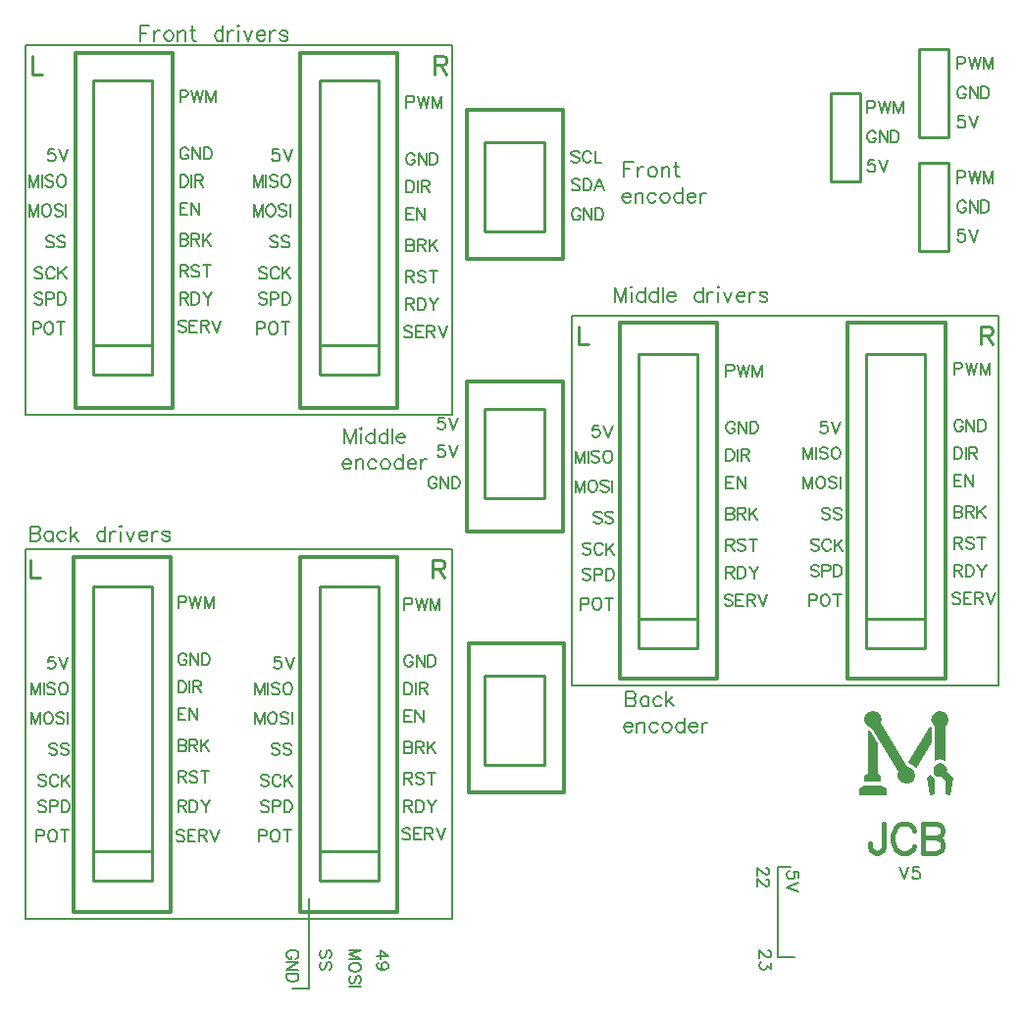
<source format=gto>
G04 DipTrace 3.0.0.1*
G04 arduino-shield_lay.GTO*
%MOIN*%
G04 #@! TF.FileFunction,Legend,Top*
G04 #@! TF.Part,Single*
%ADD10C,0.009843*%
%ADD14C,0.008*%
%ADD16C,0.011811*%
%ADD41C,0.00772*%
%ADD42C,0.006176*%
%ADD43C,0.009264*%
%ADD44C,0.015439*%
%FSLAX26Y26*%
G04*
G70*
G90*
G75*
G01*
G04 TopSilk*
%LPD*%
X3281732Y3538043D2*
D10*
X3181727D1*
Y3238081D1*
X3281732D1*
Y3538043D1*
X3581764Y3688059D2*
X3481759D1*
Y3388096D1*
X3581764D1*
Y3688059D1*
Y3300518D2*
X3481759D1*
Y3000556D1*
X3581764D1*
Y3300518D1*
X875224Y1862802D2*
X675224D1*
Y962802D1*
X875224D1*
Y1862802D1*
X1644045Y1862886D2*
X1444045D1*
Y962886D1*
X1644045D1*
Y1862886D1*
X875214Y3581816D2*
X675214D1*
Y2681816D1*
X875214D1*
Y3581816D1*
X1644045D2*
X1444045D1*
Y2681816D1*
X1644045D1*
Y3581816D1*
X2725408Y2650469D2*
X2525408D1*
Y1750469D1*
X2725408D1*
Y2650469D1*
X3500490D2*
X3300490D1*
Y1750469D1*
X3500490D1*
Y2650469D1*
X2208178Y1558178D2*
X2005029D1*
Y1255029D1*
X2208178D1*
Y1558178D1*
Y3370869D2*
X2005029D1*
Y3067719D1*
X2208178D1*
Y3370869D1*
Y2464524D2*
X2005029D1*
Y2161374D1*
X2208178D1*
Y2464524D1*
X875236Y2581717D2*
X675212D1*
Y2681722D1*
X875236D1*
Y2581717D1*
X1644067Y862786D2*
X1444043D1*
Y962791D1*
X1644067D1*
Y862786D1*
Y2581717D2*
X1444043D1*
Y2681722D1*
X1644067D1*
Y2581717D1*
X875236Y862786D2*
X675212D1*
Y962791D1*
X875236D1*
Y862786D1*
X3500512Y1650369D2*
X3300488D1*
Y1750374D1*
X3500512D1*
Y1650369D1*
X2725431D2*
X2525407D1*
Y1750374D1*
X2725431D1*
Y1650369D1*
G36*
X3277999Y1151081D2*
Y1175081D1*
X3294999Y1185081D1*
X3351999D1*
X3368999Y1175081D1*
Y1151081D1*
D1*
X3277999D1*
G37*
G36*
X3294999Y1197081D2*
Y1219081D1*
X3305999Y1226081D1*
Y1372081D1*
X3313999Y1370081D1*
X3340999Y1327081D1*
Y1226081D1*
X3351999Y1219081D1*
Y1197081D1*
X3294999D1*
G37*
G36*
X3320999Y1379081D2*
X3308999Y1383081D1*
X3297999Y1393081D1*
X3293999Y1408081D1*
X3297999Y1423081D1*
X3308999Y1434081D1*
X3322999Y1438081D1*
X3337999Y1434081D1*
X3348999Y1423081D1*
X3352999Y1408081D1*
X3349999Y1397081D1*
X3440999Y1249081D1*
X3452999Y1245081D1*
X3463999Y1234081D1*
X3467999Y1219081D1*
X3463999Y1205081D1*
X3452999Y1194081D1*
X3437999Y1190081D1*
X3422999Y1194081D1*
X3411999Y1205081D1*
X3407999Y1220081D1*
X3410999Y1232081D1*
X3320999Y1379081D1*
G37*
G36*
X3443999Y1264081D2*
X3446999Y1259081D1*
X3459999Y1255081D1*
X3470999Y1242081D1*
X3523999Y1330081D1*
Y1381081D1*
X3517999Y1386081D1*
D1*
X3443999Y1264081D1*
G37*
G36*
X3534999Y1385081D2*
X3526999Y1393081D1*
X3521999Y1408081D1*
X3525999Y1423081D1*
X3536999Y1434081D1*
X3551999Y1438081D1*
X3566999Y1434081D1*
X3577999Y1423081D1*
X3581999Y1408081D1*
X3577999Y1394081D1*
X3568999Y1385081D1*
Y1268081D1*
X3551999Y1273081D1*
X3534999Y1268081D1*
Y1385081D1*
G37*
G36*
X3520999Y1225081D2*
X3521999Y1220081D1*
X3533999Y1207081D1*
X3537999Y1206081D1*
X3534999Y1203081D1*
Y1154081D1*
X3517999Y1151081D1*
X3505999Y1211081D1*
X3520999Y1225081D1*
G37*
G36*
X3531999Y1249081D2*
X3528999Y1237081D1*
X3531999Y1225081D1*
X3540999Y1216081D1*
X3551999Y1213081D1*
X3557999Y1215081D1*
X3569999Y1202081D1*
X3568999Y1154081D1*
X3586999Y1151081D1*
X3597999Y1211081D1*
X3574999Y1234081D1*
X3575999Y1238081D1*
X3572999Y1248081D1*
X3563999Y1257081D1*
X3551999Y1260081D1*
X3539999Y1257081D1*
X3531999Y1249081D1*
G37*
X2463472Y2756735D2*
D16*
X2794181D1*
Y1548073D1*
X2463472D1*
Y2756735D1*
X1375858Y3675581D2*
X1706567D1*
Y2466920D1*
X1375858D1*
Y3675581D1*
X1950919Y1669121D2*
X2275377D1*
Y1161247D1*
X1950919D1*
Y1669121D1*
X1944668Y3481811D2*
X2269126D1*
Y2973937D1*
X1944668D1*
Y3481811D1*
Y2556714D2*
X2269126D1*
Y2048840D1*
X1944668D1*
Y2556714D1*
X3238554Y2756720D2*
X3569262D1*
Y1548059D1*
X3238554D1*
Y2756720D1*
X607028Y1962902D2*
X937736D1*
Y754240D1*
X607028D1*
Y1962902D1*
X613278Y3675581D2*
X943987D1*
Y2466920D1*
X613278D1*
Y3675581D1*
X1375858Y1962902D2*
X1706567D1*
Y754240D1*
X1375858D1*
Y1962902D1*
X443934Y3700584D2*
D14*
X1894087D1*
Y2444202D1*
X443934D1*
Y3700584D1*
Y1987904D2*
X1894087D1*
Y731522D1*
X443934D1*
Y1987904D1*
X2300379Y2781738D2*
X3750531D1*
Y1525356D1*
X2300379D1*
Y2781738D1*
X3000453Y906541D2*
Y600259D1*
X3056709D1*
X3000453Y906541D2*
X3044207D1*
X1406535Y800280D2*
Y493997D1*
X1350280D2*
X1406535D1*
X1565936Y2347219D2*
D41*
Y2397459D1*
X1546812Y2347219D1*
X1527689Y2397459D1*
Y2347219D1*
X1581375Y2397459D2*
X1583752Y2395082D1*
X1586183Y2397459D1*
X1583752Y2399890D1*
X1581375Y2397459D1*
X1583752Y2380712D2*
Y2347219D1*
X1630308Y2397459D2*
Y2347219D1*
Y2373527D2*
X1625554Y2378335D1*
X1620746Y2380712D1*
X1613561D1*
X1608808Y2378335D1*
X1603999Y2373527D1*
X1601623Y2366342D1*
Y2361589D1*
X1603999Y2354404D1*
X1608808Y2349650D1*
X1613561Y2347219D1*
X1620746D1*
X1625554Y2349650D1*
X1630308Y2354404D1*
X1674432Y2397459D2*
Y2347219D1*
Y2373527D2*
X1669679Y2378335D1*
X1664870Y2380712D1*
X1657685D1*
X1652932Y2378335D1*
X1648123Y2373527D1*
X1645747Y2366342D1*
Y2361589D1*
X1648123Y2354404D1*
X1652932Y2349650D1*
X1657685Y2347219D1*
X1664870D1*
X1669679Y2349650D1*
X1674432Y2354404D1*
X1689871Y2397459D2*
Y2347219D1*
X1705310Y2366342D2*
X1733995D1*
Y2371150D1*
X1731618Y2375959D1*
X1729242Y2378335D1*
X1724433Y2380712D1*
X1717248D1*
X1712495Y2378335D1*
X1707687Y2373527D1*
X1705310Y2366342D1*
Y2361589D1*
X1707687Y2354404D1*
X1712495Y2349650D1*
X1717248Y2347219D1*
X1724433D1*
X1729242Y2349650D1*
X1733995Y2354404D1*
X1731440Y1800955D2*
D42*
X1748684D1*
X1754387Y1802856D1*
X1756333Y1804801D1*
X1758234Y1808604D1*
Y1814352D1*
X1756333Y1818155D1*
X1754387Y1820100D1*
X1748684Y1822001D1*
X1731440D1*
Y1781809D1*
X1770586Y1822001D2*
X1780180Y1781809D1*
X1789731Y1822001D1*
X1799282Y1781809D1*
X1808876Y1822001D1*
X1851825Y1781809D2*
Y1822001D1*
X1836526Y1781809D1*
X1821228Y1822001D1*
Y1781809D1*
X2325440Y3336055D2*
X2321638Y3339902D1*
X2315890Y3341803D1*
X2308240D1*
X2302492Y3339902D1*
X2298646Y3336055D1*
Y3332253D1*
X2300591Y3328406D1*
X2302492Y3326505D1*
X2306295Y3324603D1*
X2317791Y3320756D1*
X2321638Y3318855D1*
X2323539Y3316910D1*
X2325440Y3313107D1*
Y3307359D1*
X2321638Y3303557D1*
X2315890Y3301611D1*
X2308240D1*
X2302492Y3303557D1*
X2298646Y3307359D1*
X2366488Y3332253D2*
X2364586Y3336055D1*
X2360740Y3339902D1*
X2356937Y3341803D1*
X2349288D1*
X2345441Y3339902D1*
X2341638Y3336055D1*
X2339693Y3332253D1*
X2337792Y3326505D1*
Y3316910D1*
X2339693Y3311206D1*
X2341638Y3307359D1*
X2345441Y3303557D1*
X2349288Y3301611D1*
X2356937D1*
X2360740Y3303557D1*
X2364586Y3307359D1*
X2366488Y3311206D1*
X2378839Y3341803D2*
Y3301611D1*
X2401787D1*
X1760135Y1618680D2*
X1758234Y1622483D1*
X1754387Y1626330D1*
X1750585Y1628231D1*
X1742936D1*
X1739089Y1626330D1*
X1735286Y1622483D1*
X1733341Y1618680D1*
X1731440Y1612932D1*
Y1603338D1*
X1733341Y1597634D1*
X1735286Y1593787D1*
X1739089Y1589984D1*
X1742936Y1588039D1*
X1750585D1*
X1754387Y1589984D1*
X1758234Y1593787D1*
X1760135Y1597634D1*
Y1603338D1*
X1750585D1*
X1799282Y1628231D2*
Y1588039D1*
X1772487Y1628231D1*
Y1588039D1*
X1811633Y1628231D2*
Y1588039D1*
X1825030D1*
X1830778Y1589984D1*
X1834625Y1593787D1*
X1836526Y1597634D1*
X1838428Y1603338D1*
Y1612932D1*
X1836526Y1618680D1*
X1834625Y1622483D1*
X1830778Y1626330D1*
X1825030Y1628231D1*
X1811633D1*
X1756289Y1440711D2*
X1731440D1*
Y1400519D1*
X1756289D1*
X1731440Y1421566D2*
X1746738D1*
X1795435Y1440711D2*
Y1400519D1*
X1768640Y1440711D1*
Y1400519D1*
X541760Y1621936D2*
X522659D1*
X520758Y1604736D1*
X522659Y1606637D1*
X528407Y1608583D1*
X534111D1*
X539859Y1606637D1*
X543706Y1602835D1*
X545607Y1597087D1*
Y1593284D1*
X543706Y1587536D1*
X539859Y1583690D1*
X534111Y1581788D1*
X528407D1*
X522659Y1583690D1*
X520758Y1585635D1*
X518812Y1589438D1*
X557958Y1621980D2*
X573257Y1581788D1*
X588556Y1621980D1*
X493154Y1394269D2*
Y1434461D1*
X477855Y1394269D1*
X462556Y1434461D1*
Y1394269D1*
X517001Y1434461D2*
X513154Y1432559D1*
X509352Y1428713D1*
X507406Y1424910D1*
X505505Y1419162D1*
Y1409567D1*
X507406Y1403863D1*
X509352Y1400017D1*
X513154Y1396214D1*
X517001Y1394269D1*
X524650D1*
X528453Y1396214D1*
X532300Y1400017D1*
X534201Y1403863D1*
X536102Y1409567D1*
Y1419162D1*
X534201Y1424910D1*
X532300Y1428713D1*
X528453Y1432559D1*
X524650Y1434461D1*
X517001D1*
X575248Y1428713D2*
X571446Y1432559D1*
X565698Y1434461D1*
X558048D1*
X552300Y1432559D1*
X548454Y1428713D1*
Y1424910D1*
X550399Y1421063D1*
X552300Y1419162D1*
X556103Y1417261D1*
X567599Y1413414D1*
X571446Y1411513D1*
X573347Y1409567D1*
X575248Y1405765D1*
Y1400017D1*
X571446Y1396214D1*
X565698Y1394269D1*
X558048D1*
X552300Y1396214D1*
X548454Y1400017D1*
X587600Y1434461D2*
Y1394269D1*
X493154Y1494279D2*
Y1534471D1*
X477855Y1494279D1*
X462556Y1534471D1*
Y1494279D1*
X505505Y1534471D2*
Y1494279D1*
X544651Y1528723D2*
X540848Y1532570D1*
X535100Y1534471D1*
X527451D1*
X521703Y1532570D1*
X517856Y1528723D1*
Y1524921D1*
X519802Y1521074D1*
X521703Y1519172D1*
X525506Y1517271D1*
X537002Y1513424D1*
X540848Y1511523D1*
X542750Y1509578D1*
X544651Y1505775D1*
Y1500027D1*
X540848Y1496225D1*
X535100Y1494279D1*
X527451D1*
X521703Y1496225D1*
X517856Y1500027D1*
X568498Y1534471D2*
X564652Y1532570D1*
X560849Y1528723D1*
X558904Y1524921D1*
X557002Y1519172D1*
Y1509578D1*
X558904Y1503874D1*
X560849Y1500027D1*
X564652Y1496225D1*
X568498Y1494279D1*
X576148D1*
X579950Y1496225D1*
X583797Y1500027D1*
X585698Y1503874D1*
X587600Y1509578D1*
Y1519172D1*
X585698Y1524921D1*
X583797Y1528723D1*
X579950Y1532570D1*
X576148Y1534471D1*
X568498D1*
X551858Y1322451D2*
X548055Y1326298D1*
X542307Y1328199D1*
X534658D1*
X528910Y1326298D1*
X525063Y1322451D1*
Y1318649D1*
X527008Y1314802D1*
X528910Y1312901D1*
X532712Y1311000D1*
X544208Y1307153D1*
X548055Y1305252D1*
X549956Y1303306D1*
X551858Y1299504D1*
Y1293755D1*
X548055Y1289953D1*
X542307Y1288007D1*
X534658D1*
X528910Y1289953D1*
X525063Y1293755D1*
X591004Y1322451D2*
X587201Y1326298D1*
X581453Y1328199D1*
X573804D1*
X568056Y1326298D1*
X564209Y1322451D1*
Y1318649D1*
X566154Y1314802D1*
X568056Y1312901D1*
X571858Y1311000D1*
X583354Y1307153D1*
X587201Y1305252D1*
X589102Y1303306D1*
X591004Y1299504D1*
Y1293755D1*
X587201Y1289953D1*
X581453Y1288007D1*
X573804D1*
X568056Y1289953D1*
X564209Y1293755D1*
X514354Y1216190D2*
X510551Y1220037D1*
X504803Y1221938D1*
X497154D1*
X491406Y1220037D1*
X487559Y1216190D1*
Y1212388D1*
X489504Y1208541D1*
X491406Y1206640D1*
X495208Y1204738D1*
X506704Y1200892D1*
X510551Y1198990D1*
X512452Y1197045D1*
X514354Y1193242D1*
Y1187494D1*
X510551Y1183692D1*
X504803Y1181746D1*
X497154D1*
X491406Y1183692D1*
X487559Y1187494D1*
X555401Y1212388D2*
X553500Y1216190D1*
X549653Y1220037D1*
X545850Y1221938D1*
X538201D1*
X534354Y1220037D1*
X530552Y1216190D1*
X528606Y1212388D1*
X526705Y1206640D1*
Y1197045D1*
X528606Y1191341D1*
X530552Y1187494D1*
X534354Y1183692D1*
X538201Y1181746D1*
X545850D1*
X549653Y1183692D1*
X553500Y1187494D1*
X555401Y1191341D1*
X567752Y1221938D2*
Y1181746D1*
X594547Y1221938D2*
X567752Y1195144D1*
X577303Y1204738D2*
X594547Y1181746D1*
X514354Y1128681D2*
X510551Y1132528D1*
X504803Y1134429D1*
X497154D1*
X491406Y1132528D1*
X487559Y1128681D1*
Y1124879D1*
X489504Y1121032D1*
X491406Y1119131D1*
X495208Y1117229D1*
X506704Y1113382D1*
X510551Y1111481D1*
X512452Y1109536D1*
X514354Y1105733D1*
Y1099985D1*
X510551Y1096183D1*
X504803Y1094237D1*
X497154D1*
X491406Y1096183D1*
X487559Y1099985D1*
X526705Y1113382D2*
X543949D1*
X549653Y1115284D1*
X551598Y1117229D1*
X553500Y1121032D1*
Y1126780D1*
X551598Y1130582D1*
X549653Y1132528D1*
X543949Y1134429D1*
X526705D1*
Y1094237D1*
X565851Y1134429D2*
Y1094237D1*
X579248D1*
X584996Y1096183D1*
X588843Y1099985D1*
X590745Y1103832D1*
X592646Y1109536D1*
Y1119131D1*
X590745Y1124879D1*
X588843Y1128681D1*
X584996Y1132528D1*
X579248Y1134429D1*
X565851D1*
X481308Y1013372D2*
X498552D1*
X504256Y1015273D1*
X506202Y1017219D1*
X508103Y1021021D1*
Y1026769D1*
X506202Y1030572D1*
X504256Y1032517D1*
X498552Y1034419D1*
X481308D1*
Y994227D1*
X531950Y1034419D2*
X528104Y1032517D1*
X524301Y1028671D1*
X522356Y1024868D1*
X520454Y1019120D1*
Y1009525D1*
X522356Y1003821D1*
X524301Y999975D1*
X528104Y996172D1*
X531950Y994227D1*
X539600D1*
X543402Y996172D1*
X547249Y999975D1*
X549150Y1003821D1*
X551052Y1009525D1*
Y1019120D1*
X549150Y1024868D1*
X547249Y1028671D1*
X543402Y1032517D1*
X539600Y1034419D1*
X531950D1*
X576800D2*
Y994227D1*
X563403Y1034419D2*
X590198D1*
X1310591Y1621936D2*
X1291490D1*
X1289588Y1604736D1*
X1291490Y1606637D1*
X1297238Y1608583D1*
X1302942D1*
X1308690Y1606637D1*
X1312536Y1602835D1*
X1314438Y1597087D1*
Y1593284D1*
X1312536Y1587536D1*
X1308690Y1583690D1*
X1302942Y1581788D1*
X1297238D1*
X1291490Y1583690D1*
X1289588Y1585635D1*
X1287643Y1589438D1*
X1326789Y1621980D2*
X1342088Y1581788D1*
X1357386Y1621980D1*
X1255734Y1394269D2*
Y1434461D1*
X1240435Y1394269D1*
X1225136Y1434461D1*
Y1394269D1*
X1279581Y1434461D2*
X1275734Y1432559D1*
X1271932Y1428713D1*
X1269986Y1424910D1*
X1268085Y1419162D1*
Y1409567D1*
X1269986Y1403863D1*
X1271932Y1400017D1*
X1275734Y1396214D1*
X1279581Y1394269D1*
X1287230D1*
X1291033Y1396214D1*
X1294880Y1400017D1*
X1296781Y1403863D1*
X1298682Y1409567D1*
Y1419162D1*
X1296781Y1424910D1*
X1294880Y1428713D1*
X1291033Y1432559D1*
X1287230Y1434461D1*
X1279581D1*
X1337828Y1428713D2*
X1334026Y1432559D1*
X1328278Y1434461D1*
X1320628D1*
X1314880Y1432559D1*
X1311034Y1428713D1*
Y1424910D1*
X1312979Y1421063D1*
X1314880Y1419162D1*
X1318683Y1417261D1*
X1330179Y1413414D1*
X1334026Y1411513D1*
X1335927Y1409567D1*
X1337828Y1405765D1*
Y1400017D1*
X1334026Y1396214D1*
X1328278Y1394269D1*
X1320628D1*
X1314880Y1396214D1*
X1311034Y1400017D1*
X1350180Y1434461D2*
Y1394269D1*
X1255734Y1494279D2*
Y1534471D1*
X1240435Y1494279D1*
X1225136Y1534471D1*
Y1494279D1*
X1268085Y1534471D2*
Y1494279D1*
X1307231Y1528723D2*
X1303429Y1532570D1*
X1297681Y1534471D1*
X1290031D1*
X1284283Y1532570D1*
X1280436Y1528723D1*
Y1524921D1*
X1282382Y1521074D1*
X1284283Y1519172D1*
X1288086Y1517271D1*
X1299582Y1513424D1*
X1303429Y1511523D1*
X1305330Y1509578D1*
X1307231Y1505775D1*
Y1500027D1*
X1303429Y1496225D1*
X1297681Y1494279D1*
X1290031D1*
X1284283Y1496225D1*
X1280436Y1500027D1*
X1331079Y1534471D2*
X1327232Y1532570D1*
X1323429Y1528723D1*
X1321484Y1524921D1*
X1319582Y1519172D1*
Y1509578D1*
X1321484Y1503874D1*
X1323429Y1500027D1*
X1327232Y1496225D1*
X1331079Y1494279D1*
X1338728D1*
X1342530Y1496225D1*
X1346377Y1500027D1*
X1348278Y1503874D1*
X1350180Y1509578D1*
Y1519172D1*
X1348278Y1524921D1*
X1346377Y1528723D1*
X1342530Y1532570D1*
X1338728Y1534471D1*
X1331079D1*
X1308187Y1322451D2*
X1304384Y1326298D1*
X1298636Y1328199D1*
X1290987D1*
X1285239Y1326298D1*
X1281392Y1322451D1*
Y1318649D1*
X1283338Y1314802D1*
X1285239Y1312901D1*
X1289042Y1311000D1*
X1300538Y1307153D1*
X1304384Y1305252D1*
X1306286Y1303306D1*
X1308187Y1299504D1*
Y1293755D1*
X1304384Y1289953D1*
X1298636Y1288007D1*
X1290987D1*
X1285239Y1289953D1*
X1281392Y1293755D1*
X1347333Y1322451D2*
X1343531Y1326298D1*
X1337782Y1328199D1*
X1330133D1*
X1324385Y1326298D1*
X1320538Y1322451D1*
Y1318649D1*
X1322484Y1314802D1*
X1324385Y1312901D1*
X1328188Y1311000D1*
X1339684Y1307153D1*
X1343531Y1305252D1*
X1345432Y1303306D1*
X1347333Y1299504D1*
Y1293755D1*
X1343531Y1289953D1*
X1337782Y1288007D1*
X1330133D1*
X1324385Y1289953D1*
X1320538Y1293755D1*
X1270683Y1216190D2*
X1266881Y1220037D1*
X1261132Y1221938D1*
X1253483D1*
X1247735Y1220037D1*
X1243888Y1216190D1*
Y1212388D1*
X1245834Y1208541D1*
X1247735Y1206640D1*
X1251538Y1204738D1*
X1263034Y1200892D1*
X1266881Y1198990D1*
X1268782Y1197045D1*
X1270683Y1193242D1*
Y1187494D1*
X1266881Y1183692D1*
X1261132Y1181746D1*
X1253483D1*
X1247735Y1183692D1*
X1243888Y1187494D1*
X1311730Y1212388D2*
X1309829Y1216190D1*
X1305982Y1220037D1*
X1302180Y1221938D1*
X1294531D1*
X1290684Y1220037D1*
X1286881Y1216190D1*
X1284936Y1212388D1*
X1283034Y1206640D1*
Y1197045D1*
X1284936Y1191341D1*
X1286881Y1187494D1*
X1290684Y1183692D1*
X1294531Y1181746D1*
X1302180D1*
X1305982Y1183692D1*
X1309829Y1187494D1*
X1311730Y1191341D1*
X1324082Y1221938D2*
Y1181746D1*
X1350876Y1221938D2*
X1324082Y1195144D1*
X1333632Y1204738D2*
X1350876Y1181746D1*
X1270683Y1128681D2*
X1266881Y1132528D1*
X1261132Y1134429D1*
X1253483D1*
X1247735Y1132528D1*
X1243888Y1128681D1*
Y1124879D1*
X1245834Y1121032D1*
X1247735Y1119131D1*
X1251538Y1117229D1*
X1263034Y1113382D1*
X1266881Y1111481D1*
X1268782Y1109536D1*
X1270683Y1105733D1*
Y1099985D1*
X1266881Y1096183D1*
X1261132Y1094237D1*
X1253483D1*
X1247735Y1096183D1*
X1243888Y1099985D1*
X1283034Y1113382D2*
X1300279D1*
X1305982Y1115284D1*
X1307928Y1117229D1*
X1309829Y1121032D1*
Y1126780D1*
X1307928Y1130582D1*
X1305982Y1132528D1*
X1300279Y1134429D1*
X1283034D1*
Y1094237D1*
X1322181Y1134429D2*
Y1094237D1*
X1335578D1*
X1341326Y1096183D1*
X1345173Y1099985D1*
X1347074Y1103832D1*
X1348975Y1109536D1*
Y1119131D1*
X1347074Y1124879D1*
X1345173Y1128681D1*
X1341326Y1132528D1*
X1335578Y1134429D1*
X1322181D1*
X1237638Y1013372D2*
X1254882D1*
X1260586Y1015273D1*
X1262531Y1017219D1*
X1264432Y1021021D1*
Y1026769D1*
X1262531Y1030572D1*
X1260586Y1032517D1*
X1254882Y1034419D1*
X1237638D1*
Y994227D1*
X1288280Y1034419D2*
X1284433Y1032517D1*
X1280631Y1028671D1*
X1278685Y1024868D1*
X1276784Y1019120D1*
Y1009525D1*
X1278685Y1003821D1*
X1280631Y999975D1*
X1284433Y996172D1*
X1288280Y994227D1*
X1295929D1*
X1299732Y996172D1*
X1303578Y999975D1*
X1305480Y1003821D1*
X1307381Y1009525D1*
Y1019120D1*
X1305480Y1024868D1*
X1303578Y1028671D1*
X1299732Y1032517D1*
X1295929Y1034419D1*
X1288280D1*
X1333130D2*
Y994227D1*
X1319732Y1034419D2*
X1346527D1*
X541760Y3347117D2*
X522659D1*
X520758Y3329917D1*
X522659Y3331819D1*
X528407Y3333764D1*
X534111D1*
X539859Y3331819D1*
X543706Y3328016D1*
X545607Y3322268D1*
Y3318465D1*
X543706Y3312717D1*
X539859Y3308871D1*
X534111Y3306969D1*
X528407D1*
X522659Y3308871D1*
X520758Y3310816D1*
X518812Y3314619D1*
X557958Y3347161D2*
X573257Y3306969D1*
X588556Y3347161D1*
X486903Y3119450D2*
Y3159642D1*
X471604Y3119450D1*
X456306Y3159642D1*
Y3119450D1*
X510750Y3159642D2*
X506904Y3157740D1*
X503101Y3153894D1*
X501156Y3150091D1*
X499254Y3144343D1*
Y3134748D1*
X501156Y3129044D1*
X503101Y3125198D1*
X506904Y3121395D1*
X510750Y3119450D1*
X518400D1*
X522202Y3121395D1*
X526049Y3125198D1*
X527950Y3129044D1*
X529852Y3134748D1*
Y3144343D1*
X527950Y3150091D1*
X526049Y3153894D1*
X522202Y3157740D1*
X518400Y3159642D1*
X510750D1*
X568998Y3153894D2*
X565195Y3157740D1*
X559447Y3159642D1*
X551798D1*
X546050Y3157740D1*
X542203Y3153894D1*
Y3150091D1*
X544148Y3146244D1*
X546050Y3144343D1*
X549852Y3142442D1*
X561348Y3138595D1*
X565195Y3136694D1*
X567096Y3134748D1*
X568998Y3130946D1*
Y3125198D1*
X565195Y3121395D1*
X559447Y3119450D1*
X551798D1*
X546050Y3121395D1*
X542203Y3125198D1*
X581349Y3159642D2*
Y3119450D1*
X486903Y3219460D2*
Y3259652D1*
X471604Y3219460D1*
X456306Y3259652D1*
Y3219460D1*
X499254Y3259652D2*
Y3219460D1*
X538400Y3253904D2*
X534598Y3257751D1*
X528850Y3259652D1*
X521200D1*
X515452Y3257751D1*
X511606Y3253904D1*
Y3250102D1*
X513551Y3246255D1*
X515452Y3244354D1*
X519255Y3242452D1*
X530751Y3238606D1*
X534598Y3236704D1*
X536499Y3234759D1*
X538400Y3230956D1*
Y3225208D1*
X534598Y3221406D1*
X528850Y3219460D1*
X521200D1*
X515452Y3221406D1*
X511606Y3225208D1*
X562248Y3259652D2*
X558401Y3257751D1*
X554599Y3253904D1*
X552653Y3250102D1*
X550752Y3244354D1*
Y3234759D1*
X552653Y3229055D1*
X554599Y3225208D1*
X558401Y3221406D1*
X562248Y3219460D1*
X569897D1*
X573700Y3221406D1*
X577546Y3225208D1*
X579448Y3229055D1*
X581349Y3234759D1*
Y3244354D1*
X579448Y3250102D1*
X577546Y3253904D1*
X573700Y3257751D1*
X569897Y3259652D1*
X562248D1*
X539356Y3047633D2*
X535554Y3051479D1*
X529806Y3053381D1*
X522156D1*
X516408Y3051479D1*
X512562Y3047633D1*
Y3043830D1*
X514507Y3039983D1*
X516408Y3038082D1*
X520211Y3036181D1*
X531707Y3032334D1*
X535554Y3030433D1*
X537455Y3028487D1*
X539356Y3024685D1*
Y3018937D1*
X535554Y3015134D1*
X529806Y3013189D1*
X522156D1*
X516408Y3015134D1*
X512562Y3018937D1*
X578502Y3047633D2*
X574700Y3051479D1*
X568952Y3053381D1*
X561302D1*
X555554Y3051479D1*
X551708Y3047633D1*
Y3043830D1*
X553653Y3039983D1*
X555554Y3038082D1*
X559357Y3036181D1*
X570853Y3032334D1*
X574700Y3030433D1*
X576601Y3028487D1*
X578502Y3024685D1*
Y3018937D1*
X574700Y3015134D1*
X568952Y3013189D1*
X561302D1*
X555554Y3015134D1*
X551708Y3018937D1*
X501852Y2941371D2*
X498050Y2945218D1*
X492302Y2947119D1*
X484652D1*
X478904Y2945218D1*
X475058Y2941371D1*
Y2937569D1*
X477003Y2933722D1*
X478904Y2931821D1*
X482707Y2929920D1*
X494203Y2926073D1*
X498050Y2924171D1*
X499951Y2922226D1*
X501852Y2918423D1*
Y2912675D1*
X498050Y2908873D1*
X492302Y2906927D1*
X484652D1*
X478904Y2908873D1*
X475058Y2912675D1*
X542900Y2937569D2*
X540998Y2941371D1*
X537152Y2945218D1*
X533349Y2947119D1*
X525700D1*
X521853Y2945218D1*
X518050Y2941371D1*
X516105Y2937569D1*
X514204Y2931821D1*
Y2922226D1*
X516105Y2916522D1*
X518050Y2912675D1*
X521853Y2908873D1*
X525700Y2906927D1*
X533349D1*
X537152Y2908873D1*
X540998Y2912675D1*
X542900Y2916522D1*
X555251Y2947119D2*
Y2906927D1*
X582046Y2947119D2*
X555251Y2920325D1*
X564802Y2929920D2*
X582046Y2906927D1*
X501852Y2853862D2*
X498050Y2857709D1*
X492302Y2859610D1*
X484652D1*
X478904Y2857709D1*
X475058Y2853862D1*
Y2850060D1*
X477003Y2846213D1*
X478904Y2844312D1*
X482707Y2842410D1*
X494203Y2838564D1*
X498050Y2836662D1*
X499951Y2834717D1*
X501852Y2830914D1*
Y2825166D1*
X498050Y2821364D1*
X492302Y2819418D1*
X484652D1*
X478904Y2821364D1*
X475058Y2825166D1*
X514204Y2838564D2*
X531448D1*
X537152Y2840465D1*
X539097Y2842410D1*
X540998Y2846213D1*
Y2851961D1*
X539097Y2855763D1*
X537152Y2857709D1*
X531448Y2859610D1*
X514204D1*
Y2819418D1*
X553350Y2859610D2*
Y2819418D1*
X566747D1*
X572495Y2821364D1*
X576342Y2825166D1*
X578243Y2829013D1*
X580144Y2834717D1*
Y2844312D1*
X578243Y2850060D1*
X576342Y2853862D1*
X572495Y2857709D1*
X566747Y2859610D1*
X553350D1*
X468807Y2738553D2*
X486051D1*
X491755Y2740454D1*
X493700Y2742400D1*
X495602Y2746202D1*
Y2751950D1*
X493700Y2755753D1*
X491755Y2757698D1*
X486051Y2759600D1*
X468807D1*
Y2719408D1*
X519449Y2759600D2*
X515602Y2757698D1*
X511800Y2753852D1*
X509854Y2750049D1*
X507953Y2744301D1*
Y2734706D1*
X509854Y2729002D1*
X511800Y2725156D1*
X515602Y2721353D1*
X519449Y2719408D1*
X527098D1*
X530901Y2721353D1*
X534748Y2725156D1*
X536649Y2729002D1*
X538550Y2734706D1*
Y2744301D1*
X536649Y2750049D1*
X534748Y2753852D1*
X530901Y2757698D1*
X527098Y2759600D1*
X519449D1*
X564299D2*
Y2719408D1*
X550902Y2759600D2*
X577696D1*
X1304340Y3347117D2*
X1285239D1*
X1283338Y3329917D1*
X1285239Y3331819D1*
X1290987Y3333764D1*
X1296691D1*
X1302439Y3331819D1*
X1306286Y3328016D1*
X1308187Y3322268D1*
Y3318465D1*
X1306286Y3312717D1*
X1302439Y3308871D1*
X1296691Y3306969D1*
X1290987D1*
X1285239Y3308871D1*
X1283338Y3310816D1*
X1281392Y3314619D1*
X1320538Y3347161D2*
X1335837Y3306969D1*
X1351136Y3347161D1*
X1249483Y3119450D2*
Y3159642D1*
X1234184Y3119450D1*
X1218886Y3159642D1*
Y3119450D1*
X1273330Y3159642D2*
X1269484Y3157740D1*
X1265681Y3153894D1*
X1263736Y3150091D1*
X1261834Y3144343D1*
Y3134748D1*
X1263736Y3129044D1*
X1265681Y3125198D1*
X1269484Y3121395D1*
X1273330Y3119450D1*
X1280980D1*
X1284782Y3121395D1*
X1288629Y3125198D1*
X1290530Y3129044D1*
X1292432Y3134748D1*
Y3144343D1*
X1290530Y3150091D1*
X1288629Y3153894D1*
X1284782Y3157740D1*
X1280980Y3159642D1*
X1273330D1*
X1331578Y3153894D2*
X1327775Y3157740D1*
X1322027Y3159642D1*
X1314378D1*
X1308630Y3157740D1*
X1304783Y3153894D1*
Y3150091D1*
X1306728Y3146244D1*
X1308630Y3144343D1*
X1312432Y3142442D1*
X1323928Y3138595D1*
X1327775Y3136694D1*
X1329676Y3134748D1*
X1331578Y3130946D1*
Y3125198D1*
X1327775Y3121395D1*
X1322027Y3119450D1*
X1314378D1*
X1308630Y3121395D1*
X1304783Y3125198D1*
X1343929Y3159642D2*
Y3119450D1*
X1249483Y3219460D2*
Y3259652D1*
X1234184Y3219460D1*
X1218886Y3259652D1*
Y3219460D1*
X1261834Y3259652D2*
Y3219460D1*
X1300980Y3253904D2*
X1297178Y3257751D1*
X1291430Y3259652D1*
X1283781D1*
X1278033Y3257751D1*
X1274186Y3253904D1*
Y3250102D1*
X1276131Y3246255D1*
X1278033Y3244354D1*
X1281835Y3242452D1*
X1293331Y3238606D1*
X1297178Y3236704D1*
X1299079Y3234759D1*
X1300980Y3230956D1*
Y3225208D1*
X1297178Y3221406D1*
X1291430Y3219460D1*
X1283781D1*
X1278033Y3221406D1*
X1274186Y3225208D1*
X1324828Y3259652D2*
X1320981Y3257751D1*
X1317179Y3253904D1*
X1315233Y3250102D1*
X1313332Y3244354D1*
Y3234759D1*
X1315233Y3229055D1*
X1317179Y3225208D1*
X1320981Y3221406D1*
X1324828Y3219460D1*
X1332477D1*
X1336280Y3221406D1*
X1340126Y3225208D1*
X1342028Y3229055D1*
X1343929Y3234759D1*
Y3244354D1*
X1342028Y3250102D1*
X1340126Y3253904D1*
X1336280Y3257751D1*
X1332477Y3259652D1*
X1324828D1*
X1301936Y3047633D2*
X1298134Y3051479D1*
X1292386Y3053381D1*
X1284736D1*
X1278988Y3051479D1*
X1275142Y3047633D1*
Y3043830D1*
X1277087Y3039983D1*
X1278988Y3038082D1*
X1282791Y3036181D1*
X1294287Y3032334D1*
X1298134Y3030433D1*
X1300035Y3028487D1*
X1301936Y3024685D1*
Y3018937D1*
X1298134Y3015134D1*
X1292386Y3013189D1*
X1284736D1*
X1278988Y3015134D1*
X1275142Y3018937D1*
X1341082Y3047633D2*
X1337280Y3051479D1*
X1331532Y3053381D1*
X1323883D1*
X1318134Y3051479D1*
X1314288Y3047633D1*
Y3043830D1*
X1316233Y3039983D1*
X1318134Y3038082D1*
X1321937Y3036181D1*
X1333433Y3032334D1*
X1337280Y3030433D1*
X1339181Y3028487D1*
X1341082Y3024685D1*
Y3018937D1*
X1337280Y3015134D1*
X1331532Y3013189D1*
X1323883D1*
X1318134Y3015134D1*
X1314288Y3018937D1*
X1264432Y2941371D2*
X1260630Y2945218D1*
X1254882Y2947119D1*
X1247233D1*
X1241484Y2945218D1*
X1237638Y2941371D1*
Y2937569D1*
X1239583Y2933722D1*
X1241484Y2931821D1*
X1245287Y2929920D1*
X1256783Y2926073D1*
X1260630Y2924171D1*
X1262531Y2922226D1*
X1264432Y2918423D1*
Y2912675D1*
X1260630Y2908873D1*
X1254882Y2906927D1*
X1247233D1*
X1241484Y2908873D1*
X1237638Y2912675D1*
X1305480Y2937569D2*
X1303578Y2941371D1*
X1299732Y2945218D1*
X1295929Y2947119D1*
X1288280D1*
X1284433Y2945218D1*
X1280631Y2941371D1*
X1278685Y2937569D1*
X1276784Y2931821D1*
Y2922226D1*
X1278685Y2916522D1*
X1280631Y2912675D1*
X1284433Y2908873D1*
X1288280Y2906927D1*
X1295929D1*
X1299732Y2908873D1*
X1303578Y2912675D1*
X1305480Y2916522D1*
X1317831Y2947119D2*
Y2906927D1*
X1344626Y2947119D2*
X1317831Y2920325D1*
X1327382Y2929920D2*
X1344626Y2906927D1*
X1264432Y2853862D2*
X1260630Y2857709D1*
X1254882Y2859610D1*
X1247233D1*
X1241484Y2857709D1*
X1237638Y2853862D1*
Y2850060D1*
X1239583Y2846213D1*
X1241484Y2844312D1*
X1245287Y2842410D1*
X1256783Y2838564D1*
X1260630Y2836662D1*
X1262531Y2834717D1*
X1264432Y2830914D1*
Y2825166D1*
X1260630Y2821364D1*
X1254882Y2819418D1*
X1247233D1*
X1241484Y2821364D1*
X1237638Y2825166D1*
X1276784Y2838564D2*
X1294028D1*
X1299732Y2840465D1*
X1301677Y2842410D1*
X1303578Y2846213D1*
Y2851961D1*
X1301677Y2855763D1*
X1299732Y2857709D1*
X1294028Y2859610D1*
X1276784D1*
Y2819418D1*
X1315930Y2859610D2*
Y2819418D1*
X1329327D1*
X1335075Y2821364D1*
X1338922Y2825166D1*
X1340823Y2829013D1*
X1342725Y2834717D1*
Y2844312D1*
X1340823Y2850060D1*
X1338922Y2853862D1*
X1335075Y2857709D1*
X1329327Y2859610D1*
X1315930D1*
X1231387Y2738553D2*
X1248631D1*
X1254335Y2740454D1*
X1256280Y2742400D1*
X1258182Y2746202D1*
Y2751950D1*
X1256280Y2755753D1*
X1254335Y2757698D1*
X1248631Y2759600D1*
X1231387D1*
Y2719408D1*
X1282029Y2759600D2*
X1278182Y2757698D1*
X1274380Y2753852D1*
X1272434Y2750049D1*
X1270533Y2744301D1*
Y2734706D1*
X1272434Y2729002D1*
X1274380Y2725156D1*
X1278182Y2721353D1*
X1282029Y2719408D1*
X1289678D1*
X1293481Y2721353D1*
X1297328Y2725156D1*
X1299229Y2729002D1*
X1301130Y2734706D1*
Y2744301D1*
X1299229Y2750049D1*
X1297328Y2753852D1*
X1293481Y2757698D1*
X1289678Y2759600D1*
X1282029D1*
X1326879D2*
Y2719408D1*
X1313482Y2759600D2*
X1340276D1*
X968860Y3526136D2*
X986104D1*
X991807Y3528037D1*
X993753Y3529983D1*
X995654Y3533785D1*
Y3539533D1*
X993753Y3543336D1*
X991807Y3545281D1*
X986104Y3547182D1*
X968860D1*
Y3506990D1*
X1008006Y3547182D2*
X1017600Y3506990D1*
X1027151Y3547182D1*
X1036702Y3506990D1*
X1046296Y3547182D1*
X1089245Y3506990D2*
Y3547182D1*
X1073946Y3506990D1*
X1058648Y3547182D1*
Y3506990D1*
X997555Y3343861D2*
X995654Y3347664D1*
X991807Y3351511D1*
X988005Y3353412D1*
X980356D1*
X976509Y3351511D1*
X972706Y3347664D1*
X970761Y3343861D1*
X968860Y3338113D1*
Y3328519D1*
X970761Y3322815D1*
X972706Y3318968D1*
X976509Y3315166D1*
X980356Y3313220D1*
X988005D1*
X991807Y3315166D1*
X995654Y3318968D1*
X997555Y3322815D1*
Y3328519D1*
X988005D1*
X1036702Y3353412D2*
Y3313220D1*
X1009907Y3353412D1*
Y3313220D1*
X1049053Y3353412D2*
Y3313220D1*
X1062450D1*
X1068198Y3315166D1*
X1072045Y3318968D1*
X1073946Y3322815D1*
X1075848Y3328519D1*
Y3338113D1*
X1073946Y3343861D1*
X1072045Y3347664D1*
X1068198Y3351511D1*
X1062450Y3353412D1*
X1049053D1*
X993709Y3165892D2*
X968860D1*
Y3125700D1*
X993709D1*
X968860Y3146747D2*
X984158D1*
X1032855Y3165892D2*
Y3125700D1*
X1006060Y3165892D1*
Y3125700D1*
X968860Y3259652D2*
Y3219460D1*
X982257D1*
X988005Y3221406D1*
X991852Y3225208D1*
X993753Y3229055D1*
X995654Y3234759D1*
Y3244354D1*
X993753Y3250102D1*
X991852Y3253904D1*
X988005Y3257751D1*
X982257Y3259652D1*
X968860D1*
X1008006D2*
Y3219460D1*
X1020357Y3240507D2*
X1037557D1*
X1043305Y3242452D1*
X1045250Y3244354D1*
X1047152Y3248156D1*
Y3252003D1*
X1045250Y3255805D1*
X1043305Y3257751D1*
X1037557Y3259652D1*
X1020357D1*
Y3219460D1*
X1033754Y3240507D2*
X1047152Y3219460D1*
X968860Y3059631D2*
Y3019439D1*
X986104D1*
X991852Y3021385D1*
X993753Y3023286D1*
X995654Y3027089D1*
Y3032837D1*
X993753Y3036683D1*
X991852Y3038585D1*
X986104Y3040486D1*
X991852Y3042431D1*
X993753Y3044333D1*
X995654Y3048135D1*
Y3051982D1*
X993753Y3055784D1*
X991852Y3057730D1*
X986104Y3059631D1*
X968860D1*
Y3040486D2*
X986104D1*
X1008006D2*
X1025205D1*
X1030953Y3042431D1*
X1032899Y3044333D1*
X1034800Y3048135D1*
Y3051982D1*
X1032899Y3055784D1*
X1030953Y3057730D1*
X1025205Y3059631D1*
X1008006D1*
Y3019439D1*
X1021403Y3040486D2*
X1034800Y3019439D1*
X1047152Y3059631D2*
Y3019439D1*
X1073946Y3059631D2*
X1047152Y3032837D1*
X1056702Y3042431D2*
X1073946Y3019439D1*
X968860Y2934225D2*
X986059D1*
X991807Y2936170D1*
X993753Y2938071D1*
X995654Y2941874D1*
Y2945721D1*
X993753Y2949523D1*
X991807Y2951469D1*
X986059Y2953370D1*
X968860D1*
Y2913178D1*
X982257Y2934225D2*
X995654Y2913178D1*
X1034800Y2947622D2*
X1030998Y2951469D1*
X1025250Y2953370D1*
X1017600D1*
X1011852Y2951469D1*
X1008006Y2947622D1*
Y2943819D1*
X1009951Y2939973D1*
X1011852Y2938071D1*
X1015655Y2936170D1*
X1027151Y2932323D1*
X1030998Y2930422D1*
X1032899Y2928477D1*
X1034800Y2924674D1*
Y2918926D1*
X1030998Y2915124D1*
X1025250Y2913178D1*
X1017600D1*
X1011852Y2915124D1*
X1008006Y2918926D1*
X1060549Y2953370D2*
Y2913178D1*
X1047152Y2953370D2*
X1073946D1*
X968860Y2840465D2*
X986059D1*
X991807Y2842410D1*
X993753Y2844312D1*
X995654Y2848114D1*
Y2851961D1*
X993753Y2855763D1*
X991807Y2857709D1*
X986059Y2859610D1*
X968860D1*
Y2819418D1*
X982257Y2840465D2*
X995654Y2819418D1*
X1008006Y2859610D2*
Y2819418D1*
X1021403D1*
X1027151Y2821364D1*
X1030998Y2825166D1*
X1032899Y2829013D1*
X1034800Y2834717D1*
Y2844312D1*
X1032899Y2850060D1*
X1030998Y2853862D1*
X1027151Y2857709D1*
X1021403Y2859610D1*
X1008006D1*
X1047152D2*
X1062450Y2840465D1*
Y2819418D1*
X1077749Y2859610D2*
X1062450Y2840465D1*
X989404Y2760102D2*
X985601Y2763949D1*
X979853Y2765850D1*
X972204D1*
X966456Y2763949D1*
X962609Y2760102D1*
Y2756300D1*
X964554Y2752453D1*
X966456Y2750552D1*
X970258Y2748650D1*
X981754Y2744804D1*
X985601Y2742902D1*
X987502Y2740957D1*
X989404Y2737154D1*
Y2731406D1*
X985601Y2727604D1*
X979853Y2725658D1*
X972204D1*
X966456Y2727604D1*
X962609Y2731406D1*
X1026604Y2765850D2*
X1001755D1*
Y2725658D1*
X1026604D1*
X1001755Y2746705D2*
X1017054D1*
X1038955D2*
X1056155D1*
X1061903Y2748650D1*
X1063849Y2750552D1*
X1065750Y2754354D1*
Y2758201D1*
X1063849Y2762004D1*
X1061903Y2763949D1*
X1056155Y2765850D1*
X1038955D1*
Y2725658D1*
X1052353Y2746705D2*
X1065750Y2725658D1*
X1078102Y2765850D2*
X1093400Y2725658D1*
X1108699Y2765850D1*
X1737690Y3507384D2*
X1754934D1*
X1760638Y3509285D1*
X1762584Y3511231D1*
X1764485Y3515033D1*
Y3520781D1*
X1762584Y3524584D1*
X1760638Y3526529D1*
X1754934Y3528430D1*
X1737690D1*
Y3488238D1*
X1776836Y3528430D2*
X1786431Y3488238D1*
X1795982Y3528430D1*
X1805532Y3488238D1*
X1815127Y3528430D1*
X1858076Y3488238D2*
Y3528430D1*
X1842777Y3488238D1*
X1827478Y3528430D1*
Y3488238D1*
X1766386Y3325110D2*
X1764485Y3328912D1*
X1760638Y3332759D1*
X1756836Y3334660D1*
X1749186D1*
X1745340Y3332759D1*
X1741537Y3328912D1*
X1739591Y3325110D1*
X1737690Y3319361D1*
Y3309767D1*
X1739591Y3304063D1*
X1741537Y3300216D1*
X1745340Y3296414D1*
X1749186Y3294468D1*
X1756836D1*
X1760638Y3296414D1*
X1764485Y3300216D1*
X1766386Y3304063D1*
Y3309767D1*
X1756836D1*
X1805532Y3334660D2*
Y3294468D1*
X1778738Y3334660D1*
Y3294468D1*
X1817884Y3334660D2*
Y3294468D1*
X1831281D1*
X1837029Y3296414D1*
X1840876Y3300216D1*
X1842777Y3304063D1*
X1844678Y3309767D1*
Y3319361D1*
X1842777Y3325110D1*
X1840876Y3328912D1*
X1837029Y3332759D1*
X1831281Y3334660D1*
X1817884D1*
X1762539Y3147140D2*
X1737690D1*
Y3106948D1*
X1762539D1*
X1737690Y3127995D2*
X1752989D1*
X1801685Y3147140D2*
Y3106948D1*
X1774891Y3147140D1*
Y3106948D1*
X1737690Y3240900D2*
Y3200708D1*
X1751088D1*
X1756836Y3202654D1*
X1760682Y3206456D1*
X1762584Y3210303D1*
X1764485Y3216007D1*
Y3225602D1*
X1762584Y3231350D1*
X1760682Y3235152D1*
X1756836Y3238999D1*
X1751088Y3240900D1*
X1737690D1*
X1776836D2*
Y3200708D1*
X1789188Y3221755D2*
X1806388D1*
X1812136Y3223700D1*
X1814081Y3225602D1*
X1815982Y3229404D1*
Y3233251D1*
X1814081Y3237053D1*
X1812136Y3238999D1*
X1806388Y3240900D1*
X1789188D1*
Y3200708D1*
X1802585Y3221755D2*
X1815982Y3200708D1*
X1737690Y3040879D2*
Y3000687D1*
X1754934D1*
X1760682Y3002633D1*
X1762584Y3004534D1*
X1764485Y3008337D1*
Y3014085D1*
X1762584Y3017931D1*
X1760682Y3019833D1*
X1754934Y3021734D1*
X1760682Y3023679D1*
X1762584Y3025581D1*
X1764485Y3029383D1*
Y3033230D1*
X1762584Y3037032D1*
X1760682Y3038978D1*
X1754934Y3040879D1*
X1737690D1*
Y3021734D2*
X1754934D1*
X1776836D2*
X1794036D1*
X1799784Y3023679D1*
X1801730Y3025581D1*
X1803631Y3029383D1*
Y3033230D1*
X1801730Y3037032D1*
X1799784Y3038978D1*
X1794036Y3040879D1*
X1776836D1*
Y3000687D1*
X1790234Y3021734D2*
X1803631Y3000687D1*
X1815982Y3040879D2*
Y3000687D1*
X1842777Y3040879D2*
X1815982Y3014085D1*
X1825533Y3023679D2*
X1842777Y3000687D1*
X1737690Y2915473D2*
X1754890D1*
X1760638Y2917418D1*
X1762584Y2919319D1*
X1764485Y2923122D1*
Y2926969D1*
X1762584Y2930771D1*
X1760638Y2932717D1*
X1754890Y2934618D1*
X1737690D1*
Y2894426D1*
X1751088Y2915473D2*
X1764485Y2894426D1*
X1803631Y2928870D2*
X1799828Y2932717D1*
X1794080Y2934618D1*
X1786431D1*
X1780683Y2932717D1*
X1776836Y2928870D1*
Y2925068D1*
X1778782Y2921221D1*
X1780683Y2919319D1*
X1784486Y2917418D1*
X1795982Y2913571D1*
X1799828Y2911670D1*
X1801730Y2909725D1*
X1803631Y2905922D1*
Y2900174D1*
X1799828Y2896372D1*
X1794080Y2894426D1*
X1786431D1*
X1780683Y2896372D1*
X1776836Y2900174D1*
X1829380Y2934618D2*
Y2894426D1*
X1815982Y2934618D2*
X1842777D1*
X1737690Y2821713D2*
X1754890D1*
X1760638Y2823658D1*
X1762584Y2825560D1*
X1764485Y2829362D1*
Y2833209D1*
X1762584Y2837011D1*
X1760638Y2838957D1*
X1754890Y2840858D1*
X1737690D1*
Y2800666D1*
X1751088Y2821713D2*
X1764485Y2800666D1*
X1776836Y2840858D2*
Y2800666D1*
X1790234D1*
X1795982Y2802612D1*
X1799828Y2806414D1*
X1801730Y2810261D1*
X1803631Y2815965D1*
Y2825560D1*
X1801730Y2831308D1*
X1799828Y2835110D1*
X1795982Y2838957D1*
X1790234Y2840858D1*
X1776836D1*
X1815982D2*
X1831281Y2821713D1*
Y2800666D1*
X1846580Y2840858D2*
X1831281Y2821713D1*
X1758234Y2741350D2*
X1754432Y2745197D1*
X1748684Y2747098D1*
X1741034D1*
X1735286Y2745197D1*
X1731440Y2741350D1*
Y2737548D1*
X1733385Y2733701D1*
X1735286Y2731800D1*
X1739089Y2729899D1*
X1750585Y2726052D1*
X1754432Y2724150D1*
X1756333Y2722205D1*
X1758234Y2718402D1*
Y2712654D1*
X1754432Y2708852D1*
X1748684Y2706906D1*
X1741034D1*
X1735286Y2708852D1*
X1731440Y2712654D1*
X1795435Y2747098D2*
X1770586D1*
Y2706906D1*
X1795435D1*
X1770586Y2727953D2*
X1785884D1*
X1807786D2*
X1824986D1*
X1830734Y2729899D1*
X1832680Y2731800D1*
X1834581Y2735602D1*
Y2739449D1*
X1832680Y2743252D1*
X1830734Y2745197D1*
X1824986Y2747098D1*
X1807786D1*
Y2706906D1*
X1821184Y2727953D2*
X1834581Y2706906D1*
X1846932Y2747098D2*
X1862231Y2706906D1*
X1877529Y2747098D1*
X864983Y3766352D2*
D41*
X833866D1*
Y3716112D1*
Y3742421D2*
X852990D1*
X880422Y3749606D2*
Y3716112D1*
Y3735236D2*
X882854Y3742421D1*
X887607Y3747229D1*
X892416Y3749606D1*
X899601D1*
X926978D2*
X922225Y3747229D1*
X917417Y3742421D1*
X915040Y3735236D1*
Y3730482D1*
X917417Y3723297D1*
X922225Y3718544D1*
X926978Y3716112D1*
X934163D1*
X938972Y3718544D1*
X943725Y3723297D1*
X946157Y3730482D1*
Y3735236D1*
X943725Y3742421D1*
X938972Y3747229D1*
X934163Y3749606D1*
X926978D1*
X961596D2*
Y3716112D1*
Y3740044D2*
X968781Y3747229D1*
X973590Y3749606D1*
X980719D1*
X985528Y3747229D1*
X987904Y3740044D1*
Y3716112D1*
X1010529Y3766352D2*
Y3725674D1*
X1012905Y3718544D1*
X1017714Y3716112D1*
X1022467D1*
X1003344Y3749606D2*
X1020090D1*
X1115192Y3766352D2*
Y3716112D1*
Y3742421D2*
X1110439Y3747229D1*
X1105630Y3749606D1*
X1098445D1*
X1093692Y3747229D1*
X1088884Y3742421D1*
X1086507Y3735236D1*
Y3730482D1*
X1088884Y3723297D1*
X1093692Y3718544D1*
X1098445Y3716112D1*
X1105630D1*
X1110439Y3718544D1*
X1115192Y3723297D1*
X1130631Y3749606D2*
Y3716112D1*
Y3735236D2*
X1133063Y3742421D1*
X1137816Y3747229D1*
X1142625Y3749606D1*
X1149810D1*
X1165249Y3766352D2*
X1167626Y3763976D1*
X1170058Y3766352D1*
X1167626Y3768784D1*
X1165249Y3766352D1*
X1167626Y3749606D2*
Y3716112D1*
X1185497Y3749606D2*
X1199867Y3716112D1*
X1214182Y3749606D1*
X1229621Y3735236D2*
X1258306D1*
Y3740044D1*
X1255929Y3744852D1*
X1253553Y3747229D1*
X1248744Y3749606D1*
X1241559D1*
X1236806Y3747229D1*
X1231997Y3742421D1*
X1229621Y3735236D1*
Y3730482D1*
X1231997Y3723297D1*
X1236806Y3718544D1*
X1241559Y3716112D1*
X1248744D1*
X1253553Y3718544D1*
X1258306Y3723297D1*
X1273745Y3749606D2*
Y3716112D1*
Y3735236D2*
X1276177Y3742421D1*
X1280930Y3747229D1*
X1285739Y3749606D1*
X1292924D1*
X1334671Y3742421D2*
X1332295Y3747229D1*
X1325109Y3749606D1*
X1317924D1*
X1310739Y3747229D1*
X1308363Y3742421D1*
X1310739Y3737667D1*
X1315548Y3735236D1*
X1327486Y3732859D1*
X1332295Y3730482D1*
X1334671Y3725674D1*
Y3723297D1*
X1332295Y3718544D1*
X1325109Y3716112D1*
X1317924D1*
X1310739Y3718544D1*
X1308363Y3723297D1*
X465850Y3662950D2*
D43*
Y3602662D1*
X500271D1*
X1834743Y3634232D2*
X1860543D1*
X1869165Y3637150D1*
X1872083Y3640002D1*
X1874935Y3645706D1*
Y3651476D1*
X1872083Y3657180D1*
X1869165Y3660098D1*
X1860543Y3662950D1*
X1834743D1*
Y3602662D1*
X1854839Y3634232D2*
X1874935Y3602662D1*
X458827Y2066174D2*
D41*
Y2015934D1*
X480382D1*
X487567Y2018366D1*
X489944Y2020742D1*
X492320Y2025495D1*
Y2032681D1*
X489944Y2037489D1*
X487567Y2039866D1*
X480382Y2042242D1*
X487567Y2044674D1*
X489944Y2047051D1*
X492320Y2051804D1*
Y2056612D1*
X489944Y2061365D1*
X487567Y2063797D1*
X480382Y2066174D1*
X458827D1*
Y2042242D2*
X480382D1*
X536444Y2049427D2*
Y2015934D1*
Y2042242D2*
X531691Y2047051D1*
X526883Y2049427D1*
X519753D1*
X514945Y2047051D1*
X510191Y2042242D1*
X507760Y2035057D1*
Y2030304D1*
X510191Y2023119D1*
X514945Y2018366D1*
X519753Y2015934D1*
X526883D1*
X531691Y2018366D1*
X536444Y2023119D1*
X580624Y2042242D2*
X575815Y2047051D1*
X571007Y2049427D1*
X563877D1*
X559069Y2047051D1*
X554316Y2042242D1*
X551884Y2035057D1*
Y2030304D1*
X554316Y2023119D1*
X559069Y2018366D1*
X563877Y2015934D1*
X571007D1*
X575815Y2018366D1*
X580624Y2023119D1*
X596063Y2066174D2*
Y2015934D1*
X619995Y2049427D2*
X596063Y2025495D1*
X605625Y2035057D2*
X622371Y2015934D1*
X715097Y2066174D2*
Y2015934D1*
Y2042242D2*
X710343Y2047051D1*
X705535Y2049427D1*
X698350D1*
X693597Y2047051D1*
X688788Y2042242D1*
X686412Y2035057D1*
Y2030304D1*
X688788Y2023119D1*
X693597Y2018366D1*
X698350Y2015934D1*
X705535D1*
X710343Y2018366D1*
X715097Y2023119D1*
X730536Y2049427D2*
Y2015934D1*
Y2035057D2*
X732968Y2042242D1*
X737721Y2047051D1*
X742529Y2049427D1*
X749714D1*
X765154Y2066174D2*
X767530Y2063797D1*
X769962Y2066174D1*
X767530Y2068606D1*
X765154Y2066174D1*
X767530Y2049427D2*
Y2015934D1*
X785401Y2049427D2*
X799771Y2015934D1*
X814086Y2049427D1*
X829525Y2035057D2*
X858210D1*
Y2039866D1*
X855834Y2044674D1*
X853457Y2047051D1*
X848649Y2049427D1*
X841464D1*
X836710Y2047051D1*
X831902Y2042242D1*
X829525Y2035057D1*
Y2030304D1*
X831902Y2023119D1*
X836710Y2018366D1*
X841464Y2015934D1*
X848649D1*
X853457Y2018366D1*
X858210Y2023119D1*
X873650Y2049427D2*
Y2015934D1*
Y2035057D2*
X876081Y2042242D1*
X880835Y2047051D1*
X885643Y2049427D1*
X892828D1*
X934576Y2042242D2*
X932199Y2047051D1*
X925014Y2049427D1*
X917829D1*
X910644Y2047051D1*
X908267Y2042242D1*
X910644Y2037489D1*
X915452Y2035057D1*
X927391Y2032681D1*
X932199Y2030304D1*
X934576Y2025495D1*
Y2023119D1*
X932199Y2018366D1*
X925014Y2015934D1*
X917829D1*
X910644Y2018366D1*
X908267Y2023119D1*
X459599Y1950270D2*
D43*
Y1889982D1*
X494021D1*
X1828493Y1921552D2*
X1854292D1*
X1862915Y1924470D1*
X1865833Y1927322D1*
X1868685Y1933026D1*
Y1938796D1*
X1865833Y1944500D1*
X1862915Y1947418D1*
X1854292Y1950270D1*
X1828493D1*
Y1889982D1*
X1848589Y1921552D2*
X1868685Y1889982D1*
X2484782Y2828519D2*
D41*
Y2878759D1*
X2465659Y2828519D1*
X2446536Y2878759D1*
Y2828519D1*
X2500221Y2878759D2*
X2502598Y2876383D1*
X2505030Y2878759D1*
X2502598Y2881191D1*
X2500221Y2878759D1*
X2502598Y2862012D2*
Y2828519D1*
X2549154Y2878759D2*
Y2828519D1*
Y2854827D2*
X2544401Y2859636D1*
X2539592Y2862012D1*
X2532407D1*
X2527654Y2859636D1*
X2522846Y2854827D1*
X2520469Y2847642D1*
Y2842889D1*
X2522846Y2835704D1*
X2527654Y2830951D1*
X2532407Y2828519D1*
X2539592D1*
X2544401Y2830951D1*
X2549154Y2835704D1*
X2593278Y2878759D2*
Y2828519D1*
Y2854827D2*
X2588525Y2859636D1*
X2583717Y2862012D1*
X2576531D1*
X2571778Y2859636D1*
X2566970Y2854827D1*
X2564593Y2847642D1*
Y2842889D1*
X2566970Y2835704D1*
X2571778Y2830951D1*
X2576531Y2828519D1*
X2583717D1*
X2588525Y2830951D1*
X2593278Y2835704D1*
X2608717Y2878759D2*
Y2828519D1*
X2624157Y2847642D2*
X2652842D1*
Y2852451D1*
X2650465Y2857259D1*
X2648088Y2859636D1*
X2643280Y2862012D1*
X2636095D1*
X2631342Y2859636D1*
X2626533Y2854827D1*
X2624157Y2847642D1*
Y2842889D1*
X2626533Y2835704D1*
X2631342Y2830951D1*
X2636095Y2828519D1*
X2643280D1*
X2648088Y2830951D1*
X2652842Y2835704D1*
X2745567Y2878759D2*
Y2828519D1*
Y2854827D2*
X2740813Y2859636D1*
X2736005Y2862012D1*
X2728820D1*
X2724067Y2859636D1*
X2719258Y2854827D1*
X2716882Y2847642D1*
Y2842889D1*
X2719258Y2835704D1*
X2724067Y2830951D1*
X2728820Y2828519D1*
X2736005D1*
X2740813Y2830951D1*
X2745567Y2835704D1*
X2761006Y2862012D2*
Y2828519D1*
Y2847642D2*
X2763438Y2854827D1*
X2768191Y2859636D1*
X2772999Y2862012D1*
X2780184D1*
X2795624Y2878759D2*
X2798000Y2876383D1*
X2800432Y2878759D1*
X2798000Y2881191D1*
X2795624Y2878759D1*
X2798000Y2862012D2*
Y2828519D1*
X2815871Y2862012D2*
X2830241Y2828519D1*
X2844556Y2862012D1*
X2859995Y2847642D2*
X2888680D1*
Y2852451D1*
X2886304Y2857259D1*
X2883927Y2859636D1*
X2879119Y2862012D1*
X2871934D1*
X2867181Y2859636D1*
X2862372Y2854827D1*
X2859995Y2847642D1*
Y2842889D1*
X2862372Y2835704D1*
X2867181Y2830951D1*
X2871934Y2828519D1*
X2879119D1*
X2883927Y2830951D1*
X2888680Y2835704D1*
X2904120Y2862012D2*
Y2828519D1*
Y2847642D2*
X2906551Y2854827D1*
X2911305Y2859636D1*
X2916113Y2862012D1*
X2923298D1*
X2965046Y2854827D2*
X2962669Y2859636D1*
X2955484Y2862012D1*
X2948299D1*
X2941114Y2859636D1*
X2938737Y2854827D1*
X2941114Y2850074D1*
X2945922Y2847642D1*
X2957861Y2845266D1*
X2962669Y2842889D1*
X2965046Y2838081D1*
Y2835704D1*
X2962669Y2830951D1*
X2955484Y2828519D1*
X2948299D1*
X2941114Y2830951D1*
X2938737Y2835704D1*
X2322295Y2744104D2*
D43*
Y2683816D1*
X2356716D1*
X3691188Y2715386D2*
X3716988D1*
X3725610Y2718304D1*
X3728528Y2721156D1*
X3731380Y2726860D1*
Y2732630D1*
X3728528Y2738333D1*
X3725610Y2741252D1*
X3716988Y2744104D1*
X3691188D1*
Y2683816D1*
X3711284Y2715386D2*
X3731380Y2683816D1*
X1731440Y1534471D2*
D42*
Y1494279D1*
X1744837D1*
X1750585Y1496225D1*
X1754432Y1500027D1*
X1756333Y1503874D1*
X1758234Y1509578D1*
Y1519172D1*
X1756333Y1524921D1*
X1754432Y1528723D1*
X1750585Y1532570D1*
X1744837Y1534471D1*
X1731440D1*
X1770586D2*
Y1494279D1*
X1782937Y1515326D2*
X1800137D1*
X1805885Y1517271D1*
X1807830Y1519172D1*
X1809732Y1522975D1*
Y1526822D1*
X1807830Y1530624D1*
X1805885Y1532570D1*
X1800137Y1534471D1*
X1782937D1*
Y1494279D1*
X1796334Y1515326D2*
X1809732Y1494279D1*
X1731440Y1334450D2*
Y1294258D1*
X1748684D1*
X1754432Y1296204D1*
X1756333Y1298105D1*
X1758234Y1301907D1*
Y1307655D1*
X1756333Y1311502D1*
X1754432Y1313403D1*
X1748684Y1315305D1*
X1754432Y1317250D1*
X1756333Y1319152D1*
X1758234Y1322954D1*
Y1326801D1*
X1756333Y1330603D1*
X1754432Y1332549D1*
X1748684Y1334450D1*
X1731440D1*
Y1315305D2*
X1748684D1*
X1770586D2*
X1787786D1*
X1793534Y1317250D1*
X1795479Y1319152D1*
X1797380Y1322954D1*
Y1326801D1*
X1795479Y1330603D1*
X1793534Y1332549D1*
X1787786Y1334450D1*
X1770586D1*
Y1294258D1*
X1783983Y1315305D2*
X1797380Y1294258D1*
X1809732Y1334450D2*
Y1294258D1*
X1836526Y1334450D2*
X1809732Y1307655D1*
X1819282Y1317250D2*
X1836526Y1294258D1*
X1731440Y1209044D2*
X1748639D1*
X1754387Y1210989D1*
X1756333Y1212890D1*
X1758234Y1216693D1*
Y1220540D1*
X1756333Y1224342D1*
X1754387Y1226288D1*
X1748639Y1228189D1*
X1731440D1*
Y1187997D1*
X1744837Y1209044D2*
X1758234Y1187997D1*
X1797380Y1222441D2*
X1793578Y1226288D1*
X1787830Y1228189D1*
X1780180D1*
X1774432Y1226288D1*
X1770586Y1222441D1*
Y1218638D1*
X1772531Y1214792D1*
X1774432Y1212890D1*
X1778235Y1210989D1*
X1789731Y1207142D1*
X1793578Y1205241D1*
X1795479Y1203296D1*
X1797380Y1199493D1*
Y1193745D1*
X1793578Y1189942D1*
X1787830Y1187997D1*
X1780180D1*
X1774432Y1189942D1*
X1770586Y1193745D1*
X1823129Y1228189D2*
Y1187997D1*
X1809732Y1228189D2*
X1836526D1*
X1731440Y1115284D2*
X1748639D1*
X1754387Y1117229D1*
X1756333Y1119131D1*
X1758234Y1122933D1*
Y1126780D1*
X1756333Y1130582D1*
X1754387Y1132528D1*
X1748639Y1134429D1*
X1731440D1*
Y1094237D1*
X1744837Y1115284D2*
X1758234Y1094237D1*
X1770586Y1134429D2*
Y1094237D1*
X1783983D1*
X1789731Y1096183D1*
X1793578Y1099985D1*
X1795479Y1103832D1*
X1797380Y1109536D1*
Y1119131D1*
X1795479Y1124879D1*
X1793578Y1128681D1*
X1789731Y1132528D1*
X1783983Y1134429D1*
X1770586D1*
X1809732D2*
X1825030Y1115284D1*
Y1094237D1*
X1840329Y1134429D2*
X1825030Y1115284D1*
X1751984Y1034921D2*
X1748181Y1038768D1*
X1742433Y1040669D1*
X1734784D1*
X1729036Y1038768D1*
X1725189Y1034921D1*
Y1031119D1*
X1727134Y1027272D1*
X1729036Y1025371D1*
X1732838Y1023469D1*
X1744334Y1019623D1*
X1748181Y1017721D1*
X1750082Y1015776D1*
X1751984Y1011973D1*
Y1006225D1*
X1748181Y1002423D1*
X1742433Y1000477D1*
X1734784D1*
X1729036Y1002423D1*
X1725189Y1006225D1*
X1789184Y1040669D2*
X1764335D1*
Y1000477D1*
X1789184D1*
X1764335Y1021524D2*
X1779634D1*
X1801536D2*
X1818735D1*
X1824483Y1023469D1*
X1826429Y1025371D1*
X1828330Y1029173D1*
Y1033020D1*
X1826429Y1036823D1*
X1824483Y1038768D1*
X1818735Y1040669D1*
X1801536D1*
Y1000477D1*
X1814933Y1021524D2*
X1828330Y1000477D1*
X1840682Y1040669D2*
X1855980Y1000477D1*
X1871279Y1040669D1*
X2825304Y2594788D2*
X2842548D1*
X2848252Y2596689D1*
X2850198Y2598635D1*
X2852099Y2602437D1*
Y2608185D1*
X2850198Y2611988D1*
X2848252Y2613933D1*
X2842548Y2615835D1*
X2825304D1*
Y2575643D1*
X2864450Y2615835D2*
X2874045Y2575643D1*
X2883596Y2615835D1*
X2893146Y2575643D1*
X2902741Y2615835D1*
X2945690Y2575643D2*
Y2615835D1*
X2930391Y2575643D1*
X2915093Y2615835D1*
Y2575643D1*
X2854000Y2412514D2*
X2852099Y2416316D1*
X2848252Y2420163D1*
X2844450Y2422064D1*
X2836800D1*
X2832954Y2420163D1*
X2829151Y2416316D1*
X2827206Y2412514D1*
X2825304Y2406766D1*
Y2397171D1*
X2827206Y2391467D1*
X2829151Y2387620D1*
X2832954Y2383818D1*
X2836800Y2381872D1*
X2844450D1*
X2848252Y2383818D1*
X2852099Y2387620D1*
X2854000Y2391467D1*
Y2397171D1*
X2844450D1*
X2893146Y2422064D2*
Y2381872D1*
X2866352Y2422064D1*
Y2381872D1*
X2905498Y2422064D2*
Y2381872D1*
X2918895D1*
X2924643Y2383818D1*
X2928490Y2387620D1*
X2930391Y2391467D1*
X2932292Y2397171D1*
Y2406766D1*
X2930391Y2412514D1*
X2928490Y2416316D1*
X2924643Y2420163D1*
X2918895Y2422064D1*
X2905498D1*
X2850154Y2234545D2*
X2825304D1*
Y2194353D1*
X2850154D1*
X2825304Y2215399D2*
X2840603D1*
X2889300Y2234545D2*
Y2194353D1*
X2862505Y2234545D1*
Y2194353D1*
X2825304Y2328304D2*
Y2288112D1*
X2838702D1*
X2844450Y2290058D1*
X2848297Y2293860D1*
X2850198Y2297707D1*
X2852099Y2303411D1*
Y2313006D1*
X2850198Y2318754D1*
X2848297Y2322556D1*
X2844450Y2326403D1*
X2838702Y2328304D1*
X2825304D1*
X2864450D2*
Y2288112D1*
X2876802Y2309159D2*
X2894002D1*
X2899750Y2311105D1*
X2901695Y2313006D1*
X2903597Y2316808D1*
Y2320655D1*
X2901695Y2324458D1*
X2899750Y2326403D1*
X2894002Y2328304D1*
X2876802D1*
Y2288112D1*
X2890199Y2309159D2*
X2903597Y2288112D1*
X2825304Y2128283D2*
Y2088091D1*
X2842548D1*
X2848297Y2090037D1*
X2850198Y2091938D1*
X2852099Y2095741D1*
Y2101489D1*
X2850198Y2105336D1*
X2848297Y2107237D1*
X2842548Y2109138D1*
X2848297Y2111084D1*
X2850198Y2112985D1*
X2852099Y2116787D1*
Y2120634D1*
X2850198Y2124437D1*
X2848297Y2126382D1*
X2842548Y2128283D1*
X2825304D1*
Y2109138D2*
X2842548D1*
X2864450D2*
X2881650D1*
X2887398Y2111084D1*
X2889344Y2112985D1*
X2891245Y2116787D1*
Y2120634D1*
X2889344Y2124437D1*
X2887398Y2126382D1*
X2881650Y2128283D1*
X2864450D1*
Y2088091D1*
X2877848Y2109138D2*
X2891245Y2088091D1*
X2903597Y2128283D2*
Y2088091D1*
X2930391Y2128283D2*
X2903597Y2101489D1*
X2913147Y2111084D2*
X2930391Y2088091D1*
X2825304Y2002877D2*
X2842504D1*
X2848252Y2004822D1*
X2850198Y2006724D1*
X2852099Y2010526D1*
Y2014373D1*
X2850198Y2018176D1*
X2848252Y2020121D1*
X2842504Y2022022D1*
X2825304D1*
Y1981830D1*
X2838702Y2002877D2*
X2852099Y1981830D1*
X2891245Y2016274D2*
X2887443Y2020121D1*
X2881695Y2022022D1*
X2874045D1*
X2868297Y2020121D1*
X2864450Y2016274D1*
Y2012472D1*
X2866396Y2008625D1*
X2868297Y2006724D1*
X2872100Y2004822D1*
X2883596Y2000976D1*
X2887443Y1999074D1*
X2889344Y1997129D1*
X2891245Y1993326D1*
Y1987578D1*
X2887443Y1983776D1*
X2881695Y1981830D1*
X2874045D1*
X2868297Y1983776D1*
X2864450Y1987578D1*
X2916994Y2022022D2*
Y1981830D1*
X2903597Y2022022D2*
X2930391D1*
X2825304Y1909117D2*
X2842504D1*
X2848252Y1911063D1*
X2850198Y1912964D1*
X2852099Y1916766D1*
Y1920613D1*
X2850198Y1924416D1*
X2848252Y1926361D1*
X2842504Y1928262D1*
X2825304D1*
Y1888070D1*
X2838702Y1909117D2*
X2852099Y1888070D1*
X2864450Y1928262D2*
Y1888070D1*
X2877848D1*
X2883596Y1890016D1*
X2887443Y1893818D1*
X2889344Y1897665D1*
X2891245Y1903369D1*
Y1912964D1*
X2889344Y1918712D1*
X2887443Y1922514D1*
X2883596Y1926361D1*
X2877848Y1928262D1*
X2864450D1*
X2903597D2*
X2918895Y1909117D1*
Y1888070D1*
X2934194Y1928262D2*
X2918895Y1909117D1*
X2845848Y1828755D2*
X2842046Y1832601D1*
X2836298Y1834503D1*
X2828649D1*
X2822900Y1832601D1*
X2819054Y1828755D1*
Y1824952D1*
X2820999Y1821105D1*
X2822900Y1819204D1*
X2826703Y1817303D1*
X2838199Y1813456D1*
X2842046Y1811555D1*
X2843947Y1809609D1*
X2845848Y1805807D1*
Y1800059D1*
X2842046Y1796256D1*
X2836298Y1794311D1*
X2828649D1*
X2822900Y1796256D1*
X2819054Y1800059D1*
X2883049Y1834503D2*
X2858200D1*
Y1794311D1*
X2883049D1*
X2858200Y1815357D2*
X2873498D1*
X2895400D2*
X2912600D1*
X2918348Y1817303D1*
X2920294Y1819204D1*
X2922195Y1823007D1*
Y1826853D1*
X2920294Y1830656D1*
X2918348Y1832601D1*
X2912600Y1834503D1*
X2895400D1*
Y1794311D1*
X2908798Y1815357D2*
X2922195Y1794311D1*
X2934546Y1834503D2*
X2949845Y1794311D1*
X2965144Y1834503D1*
X3600386Y2601039D2*
X3617630D1*
X3623334Y2602940D1*
X3625279Y2604885D1*
X3627180Y2608688D1*
Y2614436D1*
X3625279Y2618239D1*
X3623334Y2620184D1*
X3617630Y2622085D1*
X3600386D1*
Y2581893D1*
X3639532Y2622085D2*
X3649127Y2581893D1*
X3658677Y2622085D1*
X3668228Y2581893D1*
X3677823Y2622085D1*
X3720771Y2581893D2*
Y2622085D1*
X3705473Y2581893D1*
X3690174Y2622085D1*
Y2581893D1*
X3629082Y2418764D2*
X3627180Y2422567D1*
X3623334Y2426414D1*
X3619531Y2428315D1*
X3611882D1*
X3608035Y2426414D1*
X3604233Y2422567D1*
X3602287Y2418764D1*
X3600386Y2413016D1*
Y2403422D1*
X3602287Y2397718D1*
X3604233Y2393871D1*
X3608035Y2390068D1*
X3611882Y2388123D1*
X3619531D1*
X3623334Y2390068D1*
X3627180Y2393871D1*
X3629082Y2397718D1*
Y2403422D1*
X3619531D1*
X3668228Y2428315D2*
Y2388123D1*
X3641433Y2428315D1*
Y2388123D1*
X3680579Y2428315D2*
Y2388123D1*
X3693976D1*
X3699725Y2390068D1*
X3703571Y2393871D1*
X3705473Y2397718D1*
X3707374Y2403422D1*
Y2413016D1*
X3705473Y2418764D1*
X3703571Y2422567D1*
X3699725Y2426414D1*
X3693976Y2428315D1*
X3680579D1*
X3625235Y2240795D2*
X3600386D1*
Y2200603D1*
X3625235D1*
X3600386Y2221650D2*
X3615684D1*
X3664381Y2240795D2*
Y2200603D1*
X3637586Y2240795D1*
Y2200603D1*
X3600386Y2334555D2*
Y2294363D1*
X3613783D1*
X3619531Y2296309D1*
X3623378Y2300111D1*
X3625279Y2303958D1*
X3627180Y2309662D1*
Y2319256D1*
X3625279Y2325005D1*
X3623378Y2328807D1*
X3619531Y2332654D1*
X3613783Y2334555D1*
X3600386D1*
X3639532D2*
Y2294363D1*
X3651883Y2315410D2*
X3669083D1*
X3674831Y2317355D1*
X3676777Y2319256D1*
X3678678Y2323059D1*
Y2326906D1*
X3676777Y2330708D1*
X3674831Y2332654D1*
X3669083Y2334555D1*
X3651883D1*
Y2294363D1*
X3665281Y2315410D2*
X3678678Y2294363D1*
X3600386Y2134534D2*
Y2094342D1*
X3617630D1*
X3623378Y2096288D1*
X3625279Y2098189D1*
X3627180Y2101991D1*
Y2107739D1*
X3625279Y2111586D1*
X3623378Y2113487D1*
X3617630Y2115389D1*
X3623378Y2117334D1*
X3625279Y2119235D1*
X3627180Y2123038D1*
Y2126885D1*
X3625279Y2130687D1*
X3623378Y2132633D1*
X3617630Y2134534D1*
X3600386D1*
Y2115389D2*
X3617630D1*
X3639532D2*
X3656732D1*
X3662480Y2117334D1*
X3664425Y2119235D1*
X3666326Y2123038D1*
Y2126885D1*
X3664425Y2130687D1*
X3662480Y2132633D1*
X3656732Y2134534D1*
X3639532D1*
Y2094342D1*
X3652929Y2115389D2*
X3666326Y2094342D1*
X3678678Y2134534D2*
Y2094342D1*
X3705473Y2134534D2*
X3678678Y2107739D1*
X3688228Y2117334D2*
X3705473Y2094342D1*
X3600386Y2009128D2*
X3617586D1*
X3623334Y2011073D1*
X3625279Y2012974D1*
X3627180Y2016777D1*
Y2020624D1*
X3625279Y2024426D1*
X3623334Y2026372D1*
X3617586Y2028273D1*
X3600386D1*
Y1988081D1*
X3613783Y2009128D2*
X3627180Y1988081D1*
X3666326Y2022525D2*
X3662524Y2026372D1*
X3656776Y2028273D1*
X3649127D1*
X3643379Y2026372D1*
X3639532Y2022525D1*
Y2018722D1*
X3641477Y2014876D1*
X3643379Y2012974D1*
X3647181Y2011073D1*
X3658677Y2007226D1*
X3662524Y2005325D1*
X3664425Y2003380D1*
X3666326Y1999577D1*
Y1993829D1*
X3662524Y1990026D1*
X3656776Y1988081D1*
X3649127D1*
X3643379Y1990026D1*
X3639532Y1993829D1*
X3692075Y2028273D2*
Y1988081D1*
X3678678Y2028273D2*
X3705473D1*
X3600386Y1915368D2*
X3617586D1*
X3623334Y1917313D1*
X3625279Y1919214D1*
X3627180Y1923017D1*
Y1926864D1*
X3625279Y1930666D1*
X3623334Y1932612D1*
X3617586Y1934513D1*
X3600386D1*
Y1894321D1*
X3613783Y1915368D2*
X3627180Y1894321D1*
X3639532Y1934513D2*
Y1894321D1*
X3652929D1*
X3658677Y1896267D1*
X3662524Y1900069D1*
X3664425Y1903916D1*
X3666326Y1909620D1*
Y1919214D1*
X3664425Y1924963D1*
X3662524Y1928765D1*
X3658677Y1932612D1*
X3652929Y1934513D1*
X3639532D1*
X3678678D2*
X3693976Y1915368D1*
Y1894321D1*
X3709275Y1934513D2*
X3693976Y1915368D1*
X3620930Y1835005D2*
X3617127Y1838852D1*
X3611379Y1840753D1*
X3603730D1*
X3597982Y1838852D1*
X3594135Y1835005D1*
Y1831203D1*
X3596081Y1827356D1*
X3597982Y1825455D1*
X3601784Y1823553D1*
X3613280Y1819707D1*
X3617127Y1817805D1*
X3619028Y1815860D1*
X3620930Y1812057D1*
Y1806309D1*
X3617127Y1802507D1*
X3611379Y1800561D1*
X3603730D1*
X3597982Y1802507D1*
X3594135Y1806309D1*
X3658130Y1840753D2*
X3633281D1*
Y1800561D1*
X3658130D1*
X3633281Y1821608D2*
X3648580D1*
X3670482D2*
X3687682D1*
X3693430Y1823553D1*
X3695375Y1825455D1*
X3697276Y1829257D1*
Y1833104D1*
X3695375Y1836906D1*
X3693430Y1838852D1*
X3687682Y1840753D1*
X3670482D1*
Y1800561D1*
X3683879Y1821608D2*
X3697276Y1800561D1*
X3709628Y1840753D2*
X3724926Y1800561D1*
X3740225Y1840753D1*
X962609Y1807205D2*
X979853D1*
X985557Y1809107D1*
X987502Y1811052D1*
X989404Y1814855D1*
Y1820603D1*
X987502Y1824405D1*
X985557Y1826351D1*
X979853Y1828252D1*
X962609D1*
Y1788060D1*
X1001755Y1828252D2*
X1011350Y1788060D1*
X1020900Y1828252D1*
X1030451Y1788060D1*
X1040046Y1828252D1*
X1082994Y1788060D2*
Y1828252D1*
X1067696Y1788060D1*
X1052397Y1828252D1*
Y1788060D1*
X991305Y1624931D2*
X989404Y1628734D1*
X985557Y1632580D1*
X981754Y1634482D1*
X974105D1*
X970258Y1632580D1*
X966456Y1628734D1*
X964510Y1624931D1*
X962609Y1619183D1*
Y1609588D1*
X964510Y1603884D1*
X966456Y1600038D1*
X970258Y1596235D1*
X974105Y1594290D1*
X981754D1*
X985557Y1596235D1*
X989404Y1600038D1*
X991305Y1603884D1*
Y1609588D1*
X981754D1*
X1030451Y1634482D2*
Y1594290D1*
X1003656Y1634482D1*
Y1594290D1*
X1042802Y1634482D2*
Y1594290D1*
X1056200D1*
X1061948Y1596235D1*
X1065794Y1600038D1*
X1067696Y1603884D1*
X1069597Y1609588D1*
Y1619183D1*
X1067696Y1624931D1*
X1065794Y1628734D1*
X1061948Y1632580D1*
X1056200Y1634482D1*
X1042802D1*
X987458Y1446962D2*
X962609D1*
Y1406770D1*
X987458D1*
X962609Y1427817D2*
X977907D1*
X1026604Y1446962D2*
Y1406770D1*
X999809Y1446962D1*
Y1406770D1*
X962609Y1540722D2*
Y1500530D1*
X976006D1*
X981754Y1502475D1*
X985601Y1506278D1*
X987502Y1510125D1*
X989404Y1515828D1*
Y1525423D1*
X987502Y1531171D1*
X985601Y1534974D1*
X981754Y1538820D1*
X976006Y1540722D1*
X962609D1*
X1001755D2*
Y1500530D1*
X1014106Y1521576D2*
X1031306D1*
X1037054Y1523522D1*
X1039000Y1525423D1*
X1040901Y1529226D1*
Y1533072D1*
X1039000Y1536875D1*
X1037054Y1538820D1*
X1031306Y1540722D1*
X1014106D1*
Y1500530D1*
X1027504Y1521576D2*
X1040901Y1500530D1*
X962609Y1340701D2*
Y1300509D1*
X979853D1*
X985601Y1302454D1*
X987502Y1304356D1*
X989404Y1308158D1*
Y1313906D1*
X987502Y1317753D1*
X985601Y1319654D1*
X979853Y1321555D1*
X985601Y1323501D1*
X987502Y1325402D1*
X989404Y1329205D1*
Y1333051D1*
X987502Y1336854D1*
X985601Y1338799D1*
X979853Y1340701D1*
X962609D1*
Y1321555D2*
X979853D1*
X1001755D2*
X1018955D1*
X1024703Y1323501D1*
X1026648Y1325402D1*
X1028550Y1329205D1*
Y1333051D1*
X1026648Y1336854D1*
X1024703Y1338799D1*
X1018955Y1340701D1*
X1001755D1*
Y1300509D1*
X1015152Y1321555D2*
X1028550Y1300509D1*
X1040901Y1340701D2*
Y1300509D1*
X1067696Y1340701D2*
X1040901Y1313906D1*
X1050452Y1323501D2*
X1067696Y1300509D1*
X962609Y1215294D2*
X979809D1*
X985557Y1217240D1*
X987502Y1219141D1*
X989404Y1222944D1*
Y1226790D1*
X987502Y1230593D1*
X985557Y1232538D1*
X979809Y1234440D1*
X962609D1*
Y1194248D1*
X976006Y1215294D2*
X989404Y1194248D1*
X1028550Y1228692D2*
X1024747Y1232538D1*
X1018999Y1234440D1*
X1011350D1*
X1005602Y1232538D1*
X1001755Y1228692D1*
Y1224889D1*
X1003700Y1221042D1*
X1005602Y1219141D1*
X1009404Y1217240D1*
X1020900Y1213393D1*
X1024747Y1211492D1*
X1026648Y1209546D1*
X1028550Y1205744D1*
Y1199996D1*
X1024747Y1196193D1*
X1018999Y1194248D1*
X1011350D1*
X1005602Y1196193D1*
X1001755Y1199996D1*
X1054298Y1234440D2*
Y1194248D1*
X1040901Y1234440D2*
X1067696D1*
X962609Y1115284D2*
X979809D1*
X985557Y1117229D1*
X987502Y1119131D1*
X989404Y1122933D1*
Y1126780D1*
X987502Y1130582D1*
X985557Y1132528D1*
X979809Y1134429D1*
X962609D1*
Y1094237D1*
X976006Y1115284D2*
X989404Y1094237D1*
X1001755Y1134429D2*
Y1094237D1*
X1015152D1*
X1020900Y1096183D1*
X1024747Y1099985D1*
X1026648Y1103832D1*
X1028550Y1109536D1*
Y1119131D1*
X1026648Y1124879D1*
X1024747Y1128681D1*
X1020900Y1132528D1*
X1015152Y1134429D1*
X1001755D1*
X1040901D2*
X1056200Y1115284D1*
Y1094237D1*
X1071498Y1134429D2*
X1056200Y1115284D1*
X983153Y1028671D2*
X979350Y1032517D1*
X973602Y1034419D1*
X965953D1*
X960205Y1032517D1*
X956358Y1028671D1*
Y1024868D1*
X958304Y1021021D1*
X960205Y1019120D1*
X964007Y1017219D1*
X975504Y1013372D1*
X979350Y1011471D1*
X981252Y1009525D1*
X983153Y1005723D1*
Y999975D1*
X979350Y996172D1*
X973602Y994227D1*
X965953D1*
X960205Y996172D1*
X956358Y999975D1*
X1020353Y1034419D2*
X995504D1*
Y994227D1*
X1020353D1*
X995504Y1015273D2*
X1010803D1*
X1032705D2*
X1049905D1*
X1055653Y1017219D1*
X1057598Y1019120D1*
X1059500Y1022923D1*
Y1026769D1*
X1057598Y1030572D1*
X1055653Y1032517D1*
X1049905Y1034419D1*
X1032705D1*
Y994227D1*
X1046102Y1015273D2*
X1059500Y994227D1*
X1071851Y1034419D2*
X1087150Y994227D1*
X1102448Y1034419D1*
X2391954Y2409519D2*
X2372853D1*
X2370952Y2392319D1*
X2372853Y2394220D1*
X2378601Y2396166D1*
X2384305D1*
X2390053Y2394220D1*
X2393900Y2390418D1*
X2395801Y2384670D1*
Y2380867D1*
X2393900Y2375119D1*
X2390053Y2371272D1*
X2384305Y2369371D1*
X2378601D1*
X2372853Y2371272D1*
X2370952Y2373218D1*
X2369006Y2377020D1*
X2408153Y2409563D2*
X2423451Y2369371D1*
X2438750Y2409563D1*
X2343348Y2181851D2*
Y2222043D1*
X2328049Y2181851D1*
X2312751Y2222043D1*
Y2181851D1*
X2367195Y2222043D2*
X2363348Y2220142D1*
X2359546Y2216295D1*
X2357600Y2212493D1*
X2355699Y2206745D1*
Y2197150D1*
X2357600Y2191446D1*
X2359546Y2187599D1*
X2363348Y2183797D1*
X2367195Y2181851D1*
X2374845D1*
X2378647Y2183797D1*
X2382494Y2187599D1*
X2384395Y2191446D1*
X2386296Y2197150D1*
Y2206745D1*
X2384395Y2212493D1*
X2382494Y2216295D1*
X2378647Y2220142D1*
X2374845Y2222043D1*
X2367195D1*
X2425442Y2216295D2*
X2421640Y2220142D1*
X2415892Y2222043D1*
X2408243D1*
X2402495Y2220142D1*
X2398648Y2216295D1*
Y2212493D1*
X2400593Y2208646D1*
X2402495Y2206745D1*
X2406297Y2204843D1*
X2417793Y2200997D1*
X2421640Y2199095D1*
X2423541Y2197150D1*
X2425442Y2193347D1*
Y2187599D1*
X2421640Y2183797D1*
X2415892Y2181851D1*
X2408243D1*
X2402495Y2183797D1*
X2398648Y2187599D1*
X2437794Y2222043D2*
Y2181851D1*
X2343348Y2281862D2*
Y2322054D1*
X2328049Y2281862D1*
X2312751Y2322054D1*
Y2281862D1*
X2355699Y2322054D2*
Y2281862D1*
X2394845Y2316306D2*
X2391043Y2320153D1*
X2385295Y2322054D1*
X2377645D1*
X2371897Y2320153D1*
X2368051Y2316306D1*
Y2312503D1*
X2369996Y2308656D1*
X2371897Y2306755D1*
X2375700Y2304854D1*
X2387196Y2301007D1*
X2391043Y2299106D1*
X2392944Y2297160D1*
X2394845Y2293358D1*
Y2287610D1*
X2391043Y2283807D1*
X2385295Y2281862D1*
X2377645D1*
X2371897Y2283807D1*
X2368051Y2287610D1*
X2418693Y2322054D2*
X2414846Y2320153D1*
X2411043Y2316306D1*
X2409098Y2312503D1*
X2407197Y2306755D1*
Y2297160D1*
X2409098Y2291457D1*
X2411043Y2287610D1*
X2414846Y2283807D1*
X2418693Y2281862D1*
X2426342D1*
X2430145Y2283807D1*
X2433991Y2287610D1*
X2435893Y2291457D1*
X2437794Y2297160D1*
Y2306755D1*
X2435893Y2312503D1*
X2433991Y2316306D1*
X2430145Y2320153D1*
X2426342Y2322054D1*
X2418693D1*
X2402052Y2110034D2*
X2398249Y2113881D1*
X2392501Y2115782D1*
X2384852D1*
X2379104Y2113881D1*
X2375257Y2110034D1*
Y2106232D1*
X2377203Y2102385D1*
X2379104Y2100484D1*
X2382906Y2098582D1*
X2394403Y2094735D1*
X2398249Y2092834D1*
X2400151Y2090889D1*
X2402052Y2087086D1*
Y2081338D1*
X2398249Y2077536D1*
X2392501Y2075590D1*
X2384852D1*
X2379104Y2077536D1*
X2375257Y2081338D1*
X2441198Y2110034D2*
X2437395Y2113881D1*
X2431647Y2115782D1*
X2423998D1*
X2418250Y2113881D1*
X2414403Y2110034D1*
Y2106232D1*
X2416349Y2102385D1*
X2418250Y2100484D1*
X2422053Y2098582D1*
X2433549Y2094735D1*
X2437395Y2092834D1*
X2439297Y2090889D1*
X2441198Y2087086D1*
Y2081338D1*
X2437395Y2077536D1*
X2431647Y2075590D1*
X2423998D1*
X2418250Y2077536D1*
X2414403Y2081338D1*
X2364548Y2003773D2*
X2360745Y2007620D1*
X2354997Y2009521D1*
X2347348D1*
X2341600Y2007620D1*
X2337753Y2003773D1*
Y1999970D1*
X2339699Y1996124D1*
X2341600Y1994222D1*
X2345403Y1992321D1*
X2356899Y1988474D1*
X2360745Y1986573D1*
X2362647Y1984628D1*
X2364548Y1980825D1*
Y1975077D1*
X2360745Y1971274D1*
X2354997Y1969329D1*
X2347348D1*
X2341600Y1971274D1*
X2337753Y1975077D1*
X2405595Y1999970D2*
X2403694Y2003773D1*
X2399847Y2007620D1*
X2396045Y2009521D1*
X2388395D1*
X2384549Y2007620D1*
X2380746Y2003773D1*
X2378801Y1999970D1*
X2376899Y1994222D1*
Y1984628D1*
X2378801Y1978924D1*
X2380746Y1975077D1*
X2384549Y1971274D1*
X2388395Y1969329D1*
X2396045D1*
X2399847Y1971274D1*
X2403694Y1975077D1*
X2405595Y1978924D1*
X2417947Y2009521D2*
Y1969329D1*
X2444741Y2009521D2*
X2417947Y1982726D1*
X2427497Y1992321D2*
X2444741Y1969329D1*
X2364548Y1916264D2*
X2360745Y1920111D1*
X2354997Y1922012D1*
X2347348D1*
X2341600Y1920111D1*
X2337753Y1916264D1*
Y1912461D1*
X2339699Y1908614D1*
X2341600Y1906713D1*
X2345403Y1904812D1*
X2356899Y1900965D1*
X2360745Y1899064D1*
X2362647Y1897118D1*
X2364548Y1893316D1*
Y1887568D1*
X2360745Y1883765D1*
X2354997Y1881820D1*
X2347348D1*
X2341600Y1883765D1*
X2337753Y1887568D1*
X2376899Y1900965D2*
X2394143D1*
X2399847Y1902866D1*
X2401793Y1904812D1*
X2403694Y1908614D1*
Y1914362D1*
X2401793Y1918165D1*
X2399847Y1920111D1*
X2394143Y1922012D1*
X2376899D1*
Y1881820D1*
X2416045Y1922012D2*
Y1881820D1*
X2429443D1*
X2435191Y1883765D1*
X2439037Y1887568D1*
X2440939Y1891415D1*
X2442840Y1897118D1*
Y1906713D1*
X2440939Y1912461D1*
X2439037Y1916264D1*
X2435191Y1920111D1*
X2429443Y1922012D1*
X2416045D1*
X2331503Y1800955D2*
X2348747D1*
X2354450Y1802856D1*
X2356396Y1804801D1*
X2358297Y1808604D1*
Y1814352D1*
X2356396Y1818155D1*
X2354450Y1820100D1*
X2348747Y1822001D1*
X2331503D1*
Y1781809D1*
X2382145Y1822001D2*
X2378298Y1820100D1*
X2374495Y1816253D1*
X2372550Y1812451D1*
X2370649Y1806703D1*
Y1797108D1*
X2372550Y1791404D1*
X2374495Y1787557D1*
X2378298Y1783755D1*
X2382145Y1781809D1*
X2389794D1*
X2393597Y1783755D1*
X2397443Y1787557D1*
X2399345Y1791404D1*
X2401246Y1797108D1*
Y1806703D1*
X2399345Y1812451D1*
X2397443Y1816253D1*
X2393597Y1820100D1*
X2389794Y1822001D1*
X2382145D1*
X2426995D2*
Y1781809D1*
X2413597Y1822001D2*
X2440392D1*
X3167036Y2422020D2*
X3147935D1*
X3146033Y2404820D1*
X3147935Y2406721D1*
X3153683Y2408667D1*
X3159386D1*
X3165134Y2406721D1*
X3168981Y2402919D1*
X3170883Y2397171D1*
Y2393368D1*
X3168981Y2387620D1*
X3165134Y2383774D1*
X3159386Y2381872D1*
X3153683D1*
X3147935Y2383774D1*
X3146033Y2385719D1*
X3144088Y2389522D1*
X3183234Y2422064D2*
X3198533Y2381872D1*
X3213831Y2422064D1*
X3118429Y2194353D2*
Y2234545D1*
X3103131Y2194353D1*
X3087832Y2234545D1*
Y2194353D1*
X3142277Y2234545D2*
X3138430Y2232643D1*
X3134627Y2228797D1*
X3132682Y2224994D1*
X3130781Y2219246D1*
Y2209651D1*
X3132682Y2203947D1*
X3134627Y2200101D1*
X3138430Y2196298D1*
X3142277Y2194353D1*
X3149926D1*
X3153728Y2196298D1*
X3157575Y2200101D1*
X3159476Y2203947D1*
X3161378Y2209651D1*
Y2219246D1*
X3159476Y2224994D1*
X3157575Y2228797D1*
X3153728Y2232643D1*
X3149926Y2234545D1*
X3142277D1*
X3200524Y2228797D2*
X3196721Y2232643D1*
X3190973Y2234545D1*
X3183324D1*
X3177576Y2232643D1*
X3173729Y2228797D1*
Y2224994D1*
X3175675Y2221147D1*
X3177576Y2219246D1*
X3181378Y2217345D1*
X3192875Y2213498D1*
X3196721Y2211597D1*
X3198623Y2209651D1*
X3200524Y2205849D1*
Y2200101D1*
X3196721Y2196298D1*
X3190973Y2194353D1*
X3183324D1*
X3177576Y2196298D1*
X3173729Y2200101D1*
X3212875Y2234545D2*
Y2194353D1*
X3118429Y2294363D2*
Y2334555D1*
X3103131Y2294363D1*
X3087832Y2334555D1*
Y2294363D1*
X3130781Y2334555D2*
Y2294363D1*
X3169927Y2328807D2*
X3166124Y2332654D1*
X3160376Y2334555D1*
X3152727D1*
X3146979Y2332654D1*
X3143132Y2328807D1*
Y2325005D1*
X3145077Y2321158D1*
X3146979Y2319256D1*
X3150781Y2317355D1*
X3162277Y2313508D1*
X3166124Y2311607D1*
X3168025Y2309662D1*
X3169927Y2305859D1*
Y2300111D1*
X3166124Y2296309D1*
X3160376Y2294363D1*
X3152727D1*
X3146979Y2296309D1*
X3143132Y2300111D1*
X3193774Y2334555D2*
X3189927Y2332654D1*
X3186125Y2328807D1*
X3184179Y2325005D1*
X3182278Y2319256D1*
Y2309662D1*
X3184179Y2303958D1*
X3186125Y2300111D1*
X3189927Y2296309D1*
X3193774Y2294363D1*
X3201423D1*
X3205226Y2296309D1*
X3209073Y2300111D1*
X3210974Y2303958D1*
X3212875Y2309662D1*
Y2319256D1*
X3210974Y2325005D1*
X3209073Y2328807D1*
X3205226Y2332654D1*
X3201423Y2334555D1*
X3193774D1*
X3177133Y2122535D2*
X3173331Y2126382D1*
X3167583Y2128283D1*
X3159933D1*
X3154185Y2126382D1*
X3150339Y2122535D1*
Y2118733D1*
X3152284Y2114886D1*
X3154185Y2112985D1*
X3157988Y2111084D1*
X3169484Y2107237D1*
X3173331Y2105336D1*
X3175232Y2103390D1*
X3177133Y2099587D1*
Y2093839D1*
X3173331Y2090037D1*
X3167583Y2088091D1*
X3159933D1*
X3154185Y2090037D1*
X3150339Y2093839D1*
X3216279Y2122535D2*
X3212477Y2126382D1*
X3206729Y2128283D1*
X3199079D1*
X3193331Y2126382D1*
X3189485Y2122535D1*
Y2118733D1*
X3191430Y2114886D1*
X3193331Y2112985D1*
X3197134Y2111084D1*
X3208630Y2107237D1*
X3212477Y2105336D1*
X3214378Y2103390D1*
X3216279Y2099587D1*
Y2093839D1*
X3212477Y2090037D1*
X3206729Y2088091D1*
X3199079D1*
X3193331Y2090037D1*
X3189485Y2093839D1*
X3139629Y2016274D2*
X3135827Y2020121D1*
X3130079Y2022022D1*
X3122429D1*
X3116681Y2020121D1*
X3112835Y2016274D1*
Y2012472D1*
X3114780Y2008625D1*
X3116681Y2006724D1*
X3120484Y2004822D1*
X3131980Y2000976D1*
X3135827Y1999074D1*
X3137728Y1997129D1*
X3139629Y1993326D1*
Y1987578D1*
X3135827Y1983776D1*
X3130079Y1981830D1*
X3122429D1*
X3116681Y1983776D1*
X3112835Y1987578D1*
X3180677Y2012472D2*
X3178775Y2016274D1*
X3174929Y2020121D1*
X3171126Y2022022D1*
X3163477D1*
X3159630Y2020121D1*
X3155827Y2016274D1*
X3153882Y2012472D1*
X3151981Y2006724D1*
Y1997129D1*
X3153882Y1991425D1*
X3155827Y1987578D1*
X3159630Y1983776D1*
X3163477Y1981830D1*
X3171126D1*
X3174929Y1983776D1*
X3178775Y1987578D1*
X3180677Y1991425D1*
X3193028Y2022022D2*
Y1981830D1*
X3219823Y2022022D2*
X3193028Y1995228D1*
X3202579Y2004822D2*
X3219823Y1981830D1*
X3139629Y1928765D2*
X3135827Y1932612D1*
X3130079Y1934513D1*
X3122429D1*
X3116681Y1932612D1*
X3112835Y1928765D1*
Y1924963D1*
X3114780Y1921116D1*
X3116681Y1919214D1*
X3120484Y1917313D1*
X3131980Y1913466D1*
X3135827Y1911565D1*
X3137728Y1909620D1*
X3139629Y1905817D1*
Y1900069D1*
X3135827Y1896267D1*
X3130079Y1894321D1*
X3122429D1*
X3116681Y1896267D1*
X3112835Y1900069D1*
X3151981Y1913466D2*
X3169225D1*
X3174929Y1915368D1*
X3176874Y1917313D1*
X3178775Y1921116D1*
Y1926864D1*
X3176874Y1930666D1*
X3174929Y1932612D1*
X3169225Y1934513D1*
X3151981D1*
Y1894321D1*
X3191127Y1934513D2*
Y1894321D1*
X3204524D1*
X3210272Y1896267D1*
X3214119Y1900069D1*
X3216020Y1903916D1*
X3217921Y1909620D1*
Y1919214D1*
X3216020Y1924963D1*
X3214119Y1928765D1*
X3210272Y1932612D1*
X3204524Y1934513D1*
X3191127D1*
X3106584Y1813456D2*
X3123828D1*
X3129532Y1815357D1*
X3131477Y1817303D1*
X3133379Y1821105D1*
Y1826853D1*
X3131477Y1830656D1*
X3129532Y1832601D1*
X3123828Y1834503D1*
X3106584D1*
Y1794311D1*
X3157226Y1834503D2*
X3153379Y1832601D1*
X3149577Y1828755D1*
X3147631Y1824952D1*
X3145730Y1819204D1*
Y1809609D1*
X3147631Y1803905D1*
X3149577Y1800059D1*
X3153379Y1796256D1*
X3157226Y1794311D1*
X3164875D1*
X3168678Y1796256D1*
X3172525Y1800059D1*
X3174426Y1803905D1*
X3176327Y1809609D1*
Y1819204D1*
X3174426Y1824952D1*
X3172525Y1828755D1*
X3168678Y1832601D1*
X3164875Y1834503D1*
X3157226D1*
X3202076D2*
Y1794311D1*
X3188679Y1834503D2*
X3215473D1*
X2327044Y3241403D2*
X2323241Y3245250D1*
X2317493Y3247151D1*
X2309844D1*
X2304096Y3245250D1*
X2300249Y3241403D1*
Y3237600D1*
X2302195Y3233754D1*
X2304096Y3231852D1*
X2307899Y3229951D1*
X2319395Y3226104D1*
X2323241Y3224203D1*
X2325143Y3222257D1*
X2327044Y3218455D1*
Y3212707D1*
X2323241Y3208904D1*
X2317493Y3206959D1*
X2309844D1*
X2304096Y3208904D1*
X2300249Y3212707D1*
X2339395Y3247151D2*
Y3206959D1*
X2352793D1*
X2358541Y3208904D1*
X2362387Y3212707D1*
X2364289Y3216554D1*
X2366190Y3222257D1*
Y3231852D1*
X2364289Y3237600D1*
X2362387Y3241403D1*
X2358541Y3245250D1*
X2352793Y3247151D1*
X2339395D1*
X2409183Y3206959D2*
X2393840Y3247151D1*
X2378541Y3206959D1*
X2384289Y3220356D2*
X2403435D1*
X2328945Y3137590D2*
X2327044Y3141392D1*
X2323197Y3145239D1*
X2319395Y3147140D1*
X2311745D1*
X2307899Y3145239D1*
X2304096Y3141392D1*
X2302151Y3137590D1*
X2300249Y3131842D1*
Y3122247D1*
X2302151Y3116543D1*
X2304096Y3112696D1*
X2307899Y3108894D1*
X2311745Y3106948D1*
X2319395D1*
X2323197Y3108894D1*
X2327044Y3112696D1*
X2328945Y3116543D1*
Y3122247D1*
X2319395D1*
X2368091Y3147140D2*
Y3106948D1*
X2341297Y3147140D1*
Y3106948D1*
X2380443Y3147140D2*
Y3106948D1*
X2393840D1*
X2399588Y3108894D1*
X2403435Y3112696D1*
X2405336Y3116543D1*
X2407237Y3122247D1*
Y3131842D1*
X2405336Y3137590D1*
X2403435Y3141392D1*
X2399588Y3145239D1*
X2393840Y3147140D1*
X2380443D1*
X1866899Y2434521D2*
X1847798D1*
X1845897Y2417321D1*
X1847798Y2419223D1*
X1853546Y2421168D1*
X1859250D1*
X1864998Y2419223D1*
X1868845Y2415420D1*
X1870746Y2409672D1*
Y2405870D1*
X1868845Y2400122D1*
X1864998Y2396275D1*
X1859250Y2394374D1*
X1853546D1*
X1847798Y2396275D1*
X1845897Y2398220D1*
X1843951Y2402023D1*
X1883097Y2434566D2*
X1898396Y2394374D1*
X1913695Y2434566D1*
X1866899Y2340762D2*
X1847798D1*
X1845897Y2323562D1*
X1847798Y2325463D1*
X1853546Y2327408D1*
X1859250D1*
X1864998Y2325463D1*
X1868845Y2321660D1*
X1870746Y2315912D1*
Y2312110D1*
X1868845Y2306362D1*
X1864998Y2302515D1*
X1859250Y2300614D1*
X1853546D1*
X1847798Y2302515D1*
X1845897Y2304461D1*
X1843951Y2308263D1*
X1883097Y2340806D2*
X1898396Y2300614D1*
X1913695Y2340806D1*
X1841394Y2224994D2*
X1839493Y2228797D1*
X1835646Y2232643D1*
X1831843Y2234545D1*
X1824194D1*
X1820347Y2232643D1*
X1816545Y2228797D1*
X1814599Y2224994D1*
X1812698Y2219246D1*
Y2209651D1*
X1814599Y2203947D1*
X1816545Y2200101D1*
X1820347Y2196298D1*
X1824194Y2194353D1*
X1831843D1*
X1835646Y2196298D1*
X1839493Y2200101D1*
X1841394Y2203947D1*
Y2209651D1*
X1831843D1*
X1880540Y2234545D2*
Y2194353D1*
X1853745Y2234545D1*
Y2194353D1*
X1892891Y2234545D2*
Y2194353D1*
X1906289D1*
X1912037Y2196298D1*
X1915884Y2200101D1*
X1917785Y2203947D1*
X1919686Y2209651D1*
Y2219246D1*
X1917785Y2224994D1*
X1915884Y2228797D1*
X1912037Y2232643D1*
X1906289Y2234545D1*
X1892891D1*
X2484040Y1503615D2*
D41*
Y1453375D1*
X2505595D1*
X2512780Y1455807D1*
X2515156Y1458183D1*
X2517533Y1462936D1*
Y1470121D1*
X2515156Y1474930D1*
X2512780Y1477307D1*
X2505595Y1479683D1*
X2512780Y1482115D1*
X2515156Y1484492D1*
X2517533Y1489245D1*
Y1494053D1*
X2515156Y1498806D1*
X2512780Y1501238D1*
X2505595Y1503615D1*
X2484040D1*
Y1479683D2*
X2505595D1*
X2561657Y1486868D2*
Y1453375D1*
Y1479683D2*
X2556904Y1484492D1*
X2552095Y1486868D1*
X2544966D1*
X2540157Y1484492D1*
X2535404Y1479683D1*
X2532972Y1472498D1*
Y1467745D1*
X2535404Y1460560D1*
X2540157Y1455807D1*
X2544966Y1453375D1*
X2552095D1*
X2556904Y1455807D1*
X2561657Y1460560D1*
X2605836Y1479683D2*
X2601028Y1484492D1*
X2596220Y1486868D1*
X2589090D1*
X2584281Y1484492D1*
X2579528Y1479683D1*
X2577096Y1472498D1*
Y1467745D1*
X2579528Y1460560D1*
X2584281Y1455807D1*
X2589090Y1453375D1*
X2596220D1*
X2601028Y1455807D1*
X2605836Y1460560D1*
X2621276Y1503615D2*
Y1453375D1*
X2645207Y1486868D2*
X2621276Y1462936D1*
X2630837Y1472498D2*
X2647584Y1453375D1*
X2961749Y904267D2*
D42*
X2963650D1*
X2967497Y902366D1*
X2969398Y900465D1*
X2971300Y896618D1*
Y888968D1*
X2969398Y885166D1*
X2967497Y883265D1*
X2963650Y881319D1*
X2959848D1*
X2956001Y883265D1*
X2950297Y887067D1*
X2931152Y906213D1*
Y879418D1*
X2961749Y865121D2*
X2963650D1*
X2967497Y863220D1*
X2969398Y861318D1*
X2971300Y857472D1*
Y849822D1*
X2969398Y846020D1*
X2967497Y844119D1*
X2963650Y842173D1*
X2959848D1*
X2956001Y844119D1*
X2950297Y847921D1*
X2931152Y867067D1*
Y840272D1*
X1637266Y605788D2*
X1677414D1*
X1650663Y624933D1*
Y596237D1*
X1664061Y558992D2*
X1658313Y560938D1*
X1654466Y564740D1*
X1652565Y570488D1*
Y572390D1*
X1654466Y578138D1*
X1658313Y581940D1*
X1664061Y583886D1*
X1665962D1*
X1671710Y581940D1*
X1675512Y578138D1*
X1677414Y572390D1*
Y570488D1*
X1675512Y564740D1*
X1671710Y560938D1*
X1664061Y558992D1*
X1654466D1*
X1644915Y560938D1*
X1639167Y564740D1*
X1637266Y570488D1*
Y574291D1*
X1639167Y580039D1*
X1643014Y581940D1*
X3071310Y870763D2*
Y889864D1*
X3054110Y891766D1*
X3056011Y889864D1*
X3057957Y884116D1*
Y878413D1*
X3056011Y872665D1*
X3052209Y868818D1*
X3046461Y866917D1*
X3042658D1*
X3036910Y868818D1*
X3033064Y872665D1*
X3031162Y878413D1*
Y884116D1*
X3033064Y889864D1*
X3035009Y891766D1*
X3038812Y893711D1*
X3071354Y854565D2*
X3031162Y839267D1*
X3071354Y823968D1*
X1543506Y594336D2*
X1583698D1*
X1543506Y609634D1*
X1583698Y624933D1*
X1543506D1*
X1583698Y570488D2*
X1581797Y574335D1*
X1577950Y578138D1*
X1574147Y580083D1*
X1568399Y581984D1*
X1558805D1*
X1553101Y580083D1*
X1549254Y578138D1*
X1545452Y574335D1*
X1543506Y570488D1*
Y562839D1*
X1545452Y559037D1*
X1549254Y555190D1*
X1553101Y553289D1*
X1558805Y551387D1*
X1568399D1*
X1574148Y553289D1*
X1577950Y555190D1*
X1581797Y559037D1*
X1583698Y562839D1*
Y570488D1*
X1577950Y512241D2*
X1581797Y516044D1*
X1583698Y521792D1*
Y529441D1*
X1581797Y535189D1*
X1577950Y539036D1*
X1574148D1*
X1570301Y537090D1*
X1568399Y535189D1*
X1566498Y531387D1*
X1562651Y519891D1*
X1560750Y516044D1*
X1558805Y514143D1*
X1555002Y512241D1*
X1549254D1*
X1545452Y516044D1*
X1543506Y521792D1*
Y529441D1*
X1545452Y535189D1*
X1549254Y539036D1*
X1583698Y499890D2*
X1543506D1*
X1477940Y598138D2*
X1481786Y601941D1*
X1483688Y607689D1*
Y615338D1*
X1481786Y621086D1*
X1477940Y624933D1*
X1474137D1*
X1470290Y622988D1*
X1468389Y621086D1*
X1466488Y617284D1*
X1462641Y605788D1*
X1460740Y601941D1*
X1458794Y600040D1*
X1454992Y598138D1*
X1449244D1*
X1445441Y601941D1*
X1443496Y607689D1*
Y615338D1*
X1445441Y621086D1*
X1449244Y624933D1*
X1477940Y558992D2*
X1481786Y562795D1*
X1483688Y568543D1*
Y576192D1*
X1481786Y581940D1*
X1477940Y585787D1*
X1474137D1*
X1470290Y583842D1*
X1468389Y581940D1*
X1466488Y578138D1*
X1462641Y566642D1*
X1460740Y562795D1*
X1458794Y560894D1*
X1454992Y558992D1*
X1449244D1*
X1445441Y562795D1*
X1443496Y568543D1*
Y576192D1*
X1445441Y581940D1*
X1449244Y585787D1*
X1361625Y596237D2*
X1365428Y598138D1*
X1369275Y601985D1*
X1371176Y605788D1*
Y613437D1*
X1369275Y617284D1*
X1365428Y621086D1*
X1361625Y623032D1*
X1355877Y624933D1*
X1346282D1*
X1340579Y623032D1*
X1336732Y621086D1*
X1332929Y617284D1*
X1330984Y613437D1*
Y605788D1*
X1332929Y601985D1*
X1336732Y598138D1*
X1340579Y596237D1*
X1346282D1*
Y605788D1*
X1371176Y557091D2*
X1330984D1*
X1371176Y583886D1*
X1330984D1*
X1371176Y544740D2*
X1330984D1*
Y531342D1*
X1332929Y525594D1*
X1336732Y521748D1*
X1340579Y519846D1*
X1346282Y517945D1*
X1355877D1*
X1361625Y519846D1*
X1365428Y521748D1*
X1369275Y525594D1*
X1371176Y531342D1*
Y544740D1*
X2968000Y622988D2*
X2969901D1*
X2973748Y621086D1*
X2975649Y619185D1*
X2977550Y615338D1*
Y607689D1*
X2975649Y603886D1*
X2973748Y601985D1*
X2969901Y600040D1*
X2966098D1*
X2962252Y601985D1*
X2956548Y605788D1*
X2937402Y624933D1*
Y598138D1*
X2977550Y581940D2*
Y560938D1*
X2962252Y572390D1*
Y566642D1*
X2960350Y562839D1*
X2958449Y560938D1*
X2952701Y558992D1*
X2948898D1*
X2943150Y560938D1*
X2939304Y564740D1*
X2937402Y570488D1*
Y576236D1*
X2939304Y581940D1*
X2941249Y583842D1*
X2945052Y585787D1*
X3305001Y3489524D2*
X3322245D1*
X3327949Y3491425D1*
X3329895Y3493371D1*
X3331796Y3497174D1*
Y3502922D1*
X3329895Y3506724D1*
X3327949Y3508670D1*
X3322245Y3510571D1*
X3305001D1*
Y3470379D1*
X3344147Y3510571D2*
X3353742Y3470379D1*
X3363293Y3510571D1*
X3372843Y3470379D1*
X3382438Y3510571D1*
X3425387Y3470379D2*
Y3510571D1*
X3410088Y3470379D1*
X3394789Y3510571D1*
Y3470379D1*
X3611283Y3639540D2*
X3628527D1*
X3634231Y3641441D1*
X3636177Y3643387D1*
X3638078Y3647189D1*
Y3652937D1*
X3636177Y3656740D1*
X3634231Y3658685D1*
X3628527Y3660587D1*
X3611283D1*
Y3620395D1*
X3650429Y3660587D2*
X3660024Y3620395D1*
X3669575Y3660587D1*
X3679125Y3620395D1*
X3688720Y3660587D1*
X3731669Y3620395D2*
Y3660587D1*
X3716370Y3620395D1*
X3701072Y3660587D1*
Y3620395D1*
X3360849Y1055361D2*
D44*
Y978868D1*
X3356096Y964498D1*
X3351233Y959745D1*
X3341726Y954881D1*
X3332109D1*
X3322603Y959745D1*
X3317850Y964498D1*
X3312986Y978868D1*
Y988374D1*
X3463468Y1031484D2*
X3458715Y1040991D1*
X3449098Y1050608D1*
X3439591Y1055361D1*
X3420468D1*
X3410851Y1050608D1*
X3401345Y1040991D1*
X3396481Y1031484D1*
X3391728Y1017114D1*
Y993127D1*
X3396481Y978868D1*
X3401345Y969251D1*
X3410851Y959745D1*
X3420468Y954881D1*
X3439591D1*
X3449098Y959745D1*
X3458715Y969251D1*
X3463468Y978868D1*
X3494346Y1055361D2*
Y954881D1*
X3537457D1*
X3551827Y959745D1*
X3556580Y964498D1*
X3561333Y974004D1*
Y988374D1*
X3556580Y997991D1*
X3551827Y1002744D1*
X3537457Y1007497D1*
X3551827Y1012361D1*
X3556580Y1017114D1*
X3561333Y1026621D1*
Y1036238D1*
X3556580Y1045744D1*
X3551827Y1050608D1*
X3537457Y1055361D1*
X3494346D1*
Y1007497D2*
X3537457D1*
X1521439Y2278833D2*
D41*
X1550123D1*
Y2283641D1*
X1547747Y2288450D1*
X1545370Y2290826D1*
X1540562Y2293203D1*
X1533377D1*
X1528624Y2290826D1*
X1523815Y2286018D1*
X1521439Y2278833D1*
Y2274080D1*
X1523815Y2266894D1*
X1528624Y2262141D1*
X1533377Y2259709D1*
X1540562D1*
X1545370Y2262141D1*
X1550123Y2266894D1*
X1565563Y2293203D2*
Y2259709D1*
Y2283641D2*
X1572748Y2290826D1*
X1577556Y2293203D1*
X1584686D1*
X1589494Y2290826D1*
X1591871Y2283641D1*
Y2259709D1*
X1636050Y2286018D2*
X1631242Y2290826D1*
X1626433Y2293203D1*
X1619304D1*
X1614495Y2290826D1*
X1609742Y2286018D1*
X1607310Y2278833D1*
Y2274080D1*
X1609742Y2266894D1*
X1614495Y2262141D1*
X1619304Y2259709D1*
X1626433D1*
X1631242Y2262141D1*
X1636050Y2266894D1*
X1663428Y2293203D2*
X1658675Y2290826D1*
X1653866Y2286018D1*
X1651490Y2278833D1*
Y2274080D1*
X1653866Y2266894D1*
X1658675Y2262141D1*
X1663428Y2259709D1*
X1670613D1*
X1675421Y2262141D1*
X1680175Y2266894D1*
X1682606Y2274080D1*
Y2278833D1*
X1680175Y2286018D1*
X1675421Y2290826D1*
X1670613Y2293203D1*
X1663428D1*
X1726731Y2309949D2*
Y2259709D1*
Y2286018D2*
X1721977Y2290826D1*
X1717169Y2293203D1*
X1709984D1*
X1705231Y2290826D1*
X1700422Y2286018D1*
X1698046Y2278833D1*
Y2274080D1*
X1700422Y2266894D1*
X1705231Y2262141D1*
X1709984Y2259709D1*
X1717169D1*
X1721977Y2262141D1*
X1726731Y2266894D1*
X1742170Y2278833D2*
X1770855D1*
Y2283641D1*
X1768478Y2288450D1*
X1766101Y2290826D1*
X1761293Y2293203D1*
X1754108D1*
X1749355Y2290826D1*
X1744546Y2286018D1*
X1742170Y2278833D1*
Y2274080D1*
X1744546Y2266894D1*
X1749355Y2262141D1*
X1754108Y2259709D1*
X1761293D1*
X1766101Y2262141D1*
X1770855Y2266894D1*
X1786294Y2293203D2*
Y2259709D1*
Y2278833D2*
X1788726Y2286018D1*
X1793479Y2290826D1*
X1798287Y2293203D1*
X1805472D1*
X2477789Y1384989D2*
X2506474D1*
Y1389797D1*
X2504097Y1394606D1*
X2501721Y1396982D1*
X2496912Y1399359D1*
X2489727D1*
X2484974Y1396982D1*
X2480166Y1392174D1*
X2477789Y1384989D1*
Y1380236D1*
X2480166Y1373051D1*
X2484974Y1368297D1*
X2489727Y1365866D1*
X2496912D1*
X2501721Y1368297D1*
X2506474Y1373051D1*
X2521913Y1399359D2*
Y1365866D1*
Y1389797D2*
X2529098Y1396982D1*
X2533907Y1399359D1*
X2541036D1*
X2545845Y1396982D1*
X2548221Y1389797D1*
Y1365866D1*
X2592401Y1392174D2*
X2587592Y1396982D1*
X2582784Y1399359D1*
X2575654D1*
X2570846Y1396982D1*
X2566092Y1392174D1*
X2563661Y1384989D1*
Y1380236D1*
X2566092Y1373051D1*
X2570846Y1368297D1*
X2575654Y1365866D1*
X2582784D1*
X2587592Y1368297D1*
X2592401Y1373051D1*
X2619778Y1399359D2*
X2615025Y1396982D1*
X2610217Y1392174D1*
X2607840Y1384989D1*
Y1380236D1*
X2610217Y1373051D1*
X2615025Y1368297D1*
X2619778Y1365866D1*
X2626963D1*
X2631772Y1368297D1*
X2636525Y1373051D1*
X2638957Y1380236D1*
Y1384989D1*
X2636525Y1392174D1*
X2631772Y1396982D1*
X2626963Y1399359D1*
X2619778D1*
X2683081Y1416106D2*
Y1365866D1*
Y1392174D2*
X2678328Y1396982D1*
X2673519Y1399359D1*
X2666334D1*
X2661581Y1396982D1*
X2656773Y1392174D1*
X2654396Y1384989D1*
Y1380236D1*
X2656773Y1373051D1*
X2661581Y1368297D1*
X2666334Y1365866D1*
X2673519D1*
X2678328Y1368297D1*
X2683081Y1373051D1*
X2698520Y1384989D2*
X2727205D1*
Y1389797D1*
X2724828Y1394606D1*
X2722452Y1396982D1*
X2717643Y1399359D1*
X2710458D1*
X2705705Y1396982D1*
X2700897Y1392174D1*
X2698520Y1384989D1*
Y1380236D1*
X2700897Y1373051D1*
X2705705Y1368297D1*
X2710458Y1365866D1*
X2717643D1*
X2722452Y1368297D1*
X2727205Y1373051D1*
X2742644Y1399359D2*
Y1365866D1*
Y1384989D2*
X2745076Y1392174D1*
X2749829Y1396982D1*
X2754638Y1399359D1*
X2761823D1*
X2508906Y3303804D2*
X2477789D1*
Y3253564D1*
Y3279872D2*
X2496912D1*
X2524345Y3287057D2*
Y3253564D1*
Y3272687D2*
X2526777Y3279872D1*
X2531530Y3284681D1*
X2536338Y3287057D1*
X2543523D1*
X2570901D2*
X2566148Y3284681D1*
X2561339Y3279872D1*
X2558963Y3272687D1*
Y3267934D1*
X2561339Y3260749D1*
X2566148Y3255996D1*
X2570901Y3253564D1*
X2578086D1*
X2582894Y3255996D1*
X2587648Y3260749D1*
X2590079Y3267934D1*
Y3272687D1*
X2587648Y3279872D1*
X2582894Y3284681D1*
X2578086Y3287057D1*
X2570901D1*
X2605519D2*
Y3253564D1*
Y3277495D2*
X2612704Y3284681D1*
X2617512Y3287057D1*
X2624642D1*
X2629450Y3284681D1*
X2631827Y3277495D1*
Y3253564D1*
X2654451Y3303804D2*
Y3263125D1*
X2656828Y3255996D1*
X2661636Y3253564D1*
X2666390D1*
X2647266Y3287057D2*
X2664013D1*
X2471538Y3185178D2*
X2500223D1*
Y3189986D1*
X2497847Y3194795D1*
X2495470Y3197171D1*
X2490662Y3199548D1*
X2483477D1*
X2478723Y3197171D1*
X2473915Y3192363D1*
X2471538Y3185178D1*
Y3180425D1*
X2473915Y3173240D1*
X2478723Y3168486D1*
X2483477Y3166055D1*
X2490662D1*
X2495470Y3168486D1*
X2500223Y3173240D1*
X2515662Y3199548D2*
Y3166055D1*
Y3189986D2*
X2522847Y3197171D1*
X2527656Y3199548D1*
X2534786D1*
X2539594Y3197171D1*
X2541971Y3189986D1*
Y3166055D1*
X2586150Y3192363D2*
X2581342Y3197171D1*
X2576533Y3199548D1*
X2569403D1*
X2564595Y3197171D1*
X2559842Y3192363D1*
X2557410Y3185178D1*
Y3180425D1*
X2559842Y3173240D1*
X2564595Y3168486D1*
X2569403Y3166055D1*
X2576533D1*
X2581342Y3168486D1*
X2586150Y3173240D1*
X2613528Y3199548D2*
X2608774Y3197171D1*
X2603966Y3192363D1*
X2601589Y3185178D1*
Y3180425D1*
X2603966Y3173240D1*
X2608774Y3168486D1*
X2613528Y3166055D1*
X2620713D1*
X2625521Y3168486D1*
X2630274Y3173240D1*
X2632706Y3180425D1*
Y3185178D1*
X2630274Y3192363D1*
X2625521Y3197171D1*
X2620713Y3199548D1*
X2613528D1*
X2676830Y3216295D2*
Y3166055D1*
Y3192363D2*
X2672077Y3197171D1*
X2667269Y3199548D1*
X2660084D1*
X2655330Y3197171D1*
X2650522Y3192363D1*
X2648145Y3185178D1*
Y3180425D1*
X2650522Y3173240D1*
X2655330Y3168486D1*
X2660084Y3166055D1*
X2667269D1*
X2672077Y3168486D1*
X2676830Y3173240D1*
X2692270Y3185178D2*
X2720954D1*
Y3189986D1*
X2718578Y3194795D1*
X2716201Y3197171D1*
X2711393Y3199548D1*
X2704208D1*
X2699455Y3197171D1*
X2694646Y3192363D1*
X2692270Y3185178D1*
Y3180425D1*
X2694646Y3173240D1*
X2699455Y3168486D1*
X2704208Y3166055D1*
X2711393D1*
X2716201Y3168486D1*
X2720954Y3173240D1*
X2736394Y3199548D2*
Y3166055D1*
Y3185178D2*
X2738825Y3192363D1*
X2743579Y3197171D1*
X2748387Y3199548D1*
X2755572D1*
X3414615Y906944D2*
D42*
X3429914Y866752D1*
X3445213Y906944D1*
X3480512Y906899D2*
X3461411D1*
X3459510Y889699D1*
X3461411Y891601D1*
X3467159Y893546D1*
X3472863D1*
X3478611Y891601D1*
X3482457Y887798D1*
X3484359Y882050D1*
Y878248D1*
X3482457Y872500D1*
X3478611Y868653D1*
X3472863Y866752D1*
X3467159D1*
X3461411Y868653D1*
X3459510Y870598D1*
X3457564Y874401D1*
X3611283Y3251999D2*
X3628527D1*
X3634231Y3253901D1*
X3636177Y3255846D1*
X3638078Y3259649D1*
Y3265397D1*
X3636177Y3269199D1*
X3634231Y3271145D1*
X3628527Y3273046D1*
X3611283D1*
Y3232854D1*
X3650429Y3273046D2*
X3660024Y3232854D1*
X3669575Y3273046D1*
X3679125Y3232854D1*
X3688720Y3273046D1*
X3731669Y3232854D2*
Y3273046D1*
X3716370Y3232854D1*
X3701072Y3273046D1*
Y3232854D1*
X3639979Y3163485D2*
X3638078Y3167287D1*
X3634231Y3171134D1*
X3630429Y3173035D1*
X3622779D1*
X3618933Y3171134D1*
X3615130Y3167287D1*
X3613185Y3163485D1*
X3611283Y3157737D1*
Y3148142D1*
X3613185Y3142438D1*
X3615130Y3138591D1*
X3618933Y3134789D1*
X3622779Y3132843D1*
X3630429D1*
X3634231Y3134789D1*
X3638078Y3138591D1*
X3639979Y3142438D1*
Y3148142D1*
X3630429D1*
X3679125Y3173035D2*
Y3132843D1*
X3652331Y3173035D1*
Y3132843D1*
X3691477Y3173035D2*
Y3132843D1*
X3704874D1*
X3710622Y3134789D1*
X3714469Y3138591D1*
X3716370Y3142438D1*
X3718271Y3148142D1*
Y3157737D1*
X3716370Y3163485D1*
X3714469Y3167287D1*
X3710622Y3171134D1*
X3704874Y3173035D1*
X3691477D1*
X3634231Y3072981D2*
X3615130D1*
X3613229Y3055781D1*
X3615130Y3057682D1*
X3620878Y3059628D1*
X3626582D1*
X3632330Y3057682D1*
X3636177Y3053880D1*
X3638078Y3048132D1*
Y3044329D1*
X3636177Y3038581D1*
X3632330Y3034734D1*
X3626582Y3032833D1*
X3620878D1*
X3615130Y3034734D1*
X3613229Y3036680D1*
X3611283Y3040482D1*
X3650429Y3073025D2*
X3665728Y3032833D1*
X3681027Y3073025D1*
X3639979Y3551026D2*
X3638078Y3554828D1*
X3634231Y3558675D1*
X3630429Y3560576D1*
X3622779D1*
X3618933Y3558675D1*
X3615130Y3554828D1*
X3613185Y3551026D1*
X3611283Y3545277D1*
Y3535683D1*
X3613185Y3529979D1*
X3615130Y3526132D1*
X3618933Y3522330D1*
X3622779Y3520384D1*
X3630429D1*
X3634231Y3522330D1*
X3638078Y3526132D1*
X3639979Y3529979D1*
Y3535683D1*
X3630429D1*
X3679125Y3560576D2*
Y3520384D1*
X3652331Y3560576D1*
Y3520384D1*
X3691477Y3560576D2*
Y3520384D1*
X3704874D1*
X3710622Y3522330D1*
X3714469Y3526132D1*
X3716370Y3529979D1*
X3718271Y3535683D1*
Y3545277D1*
X3716370Y3551026D1*
X3714469Y3554828D1*
X3710622Y3558675D1*
X3704874Y3560576D1*
X3691477D1*
X3634231Y3460521D2*
X3615130D1*
X3613229Y3443321D1*
X3615130Y3445223D1*
X3620878Y3447168D1*
X3626582D1*
X3632330Y3445223D1*
X3636177Y3441420D1*
X3638078Y3435672D1*
Y3431870D1*
X3636177Y3426122D1*
X3632330Y3422275D1*
X3626582Y3420374D1*
X3620878D1*
X3615130Y3422275D1*
X3613229Y3424220D1*
X3611283Y3428023D1*
X3650429Y3460566D2*
X3665728Y3420374D1*
X3681027Y3460566D1*
X3333697Y3401010D2*
X3331796Y3404812D1*
X3327949Y3408659D1*
X3324147Y3410560D1*
X3316497D1*
X3312651Y3408659D1*
X3308848Y3404812D1*
X3306903Y3401010D1*
X3305001Y3395262D1*
Y3385667D1*
X3306903Y3379963D1*
X3308848Y3376116D1*
X3312651Y3372314D1*
X3316497Y3370368D1*
X3324147D1*
X3327949Y3372314D1*
X3331796Y3376116D1*
X3333697Y3379963D1*
Y3385667D1*
X3324147D1*
X3372843Y3410560D2*
Y3370368D1*
X3346049Y3410560D1*
Y3370368D1*
X3385195Y3410560D2*
Y3370368D1*
X3398592D1*
X3404340Y3372314D1*
X3408187Y3376116D1*
X3410088Y3379963D1*
X3411989Y3385667D1*
Y3395262D1*
X3410088Y3401010D1*
X3408187Y3404812D1*
X3404340Y3408659D1*
X3398592Y3410560D1*
X3385195D1*
X3327949Y3310506D2*
X3308848D1*
X3306947Y3293306D1*
X3308848Y3295207D1*
X3314596Y3297153D1*
X3320300D1*
X3326048Y3295207D1*
X3329895Y3291404D1*
X3331796Y3285656D1*
Y3281854D1*
X3329895Y3276106D1*
X3326048Y3272259D1*
X3320300Y3270358D1*
X3314596D1*
X3308848Y3272259D1*
X3306947Y3274205D1*
X3305001Y3278007D1*
X3344147Y3310550D2*
X3359446Y3270358D1*
X3374745Y3310550D1*
M02*

</source>
